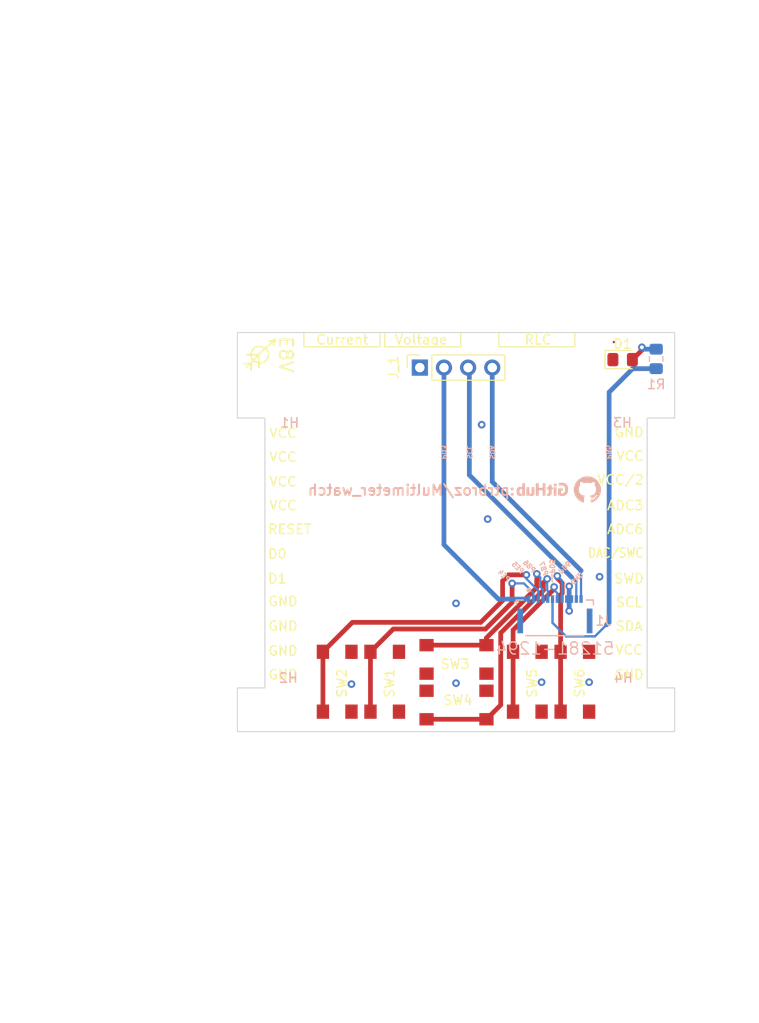
<source format=kicad_pcb>
(kicad_pcb (version 20171130) (host pcbnew "(5.1.6)-1")

  (general
    (thickness 1.6)
    (drawings 89)
    (tracks 109)
    (zones 0)
    (modules 16)
    (nets 15)
  )

  (page A4)
  (layers
    (0 F.Cu signal)
    (31 B.Cu signal)
    (32 B.Adhes user)
    (33 F.Adhes user)
    (34 B.Paste user)
    (35 F.Paste user)
    (36 B.SilkS user)
    (37 F.SilkS user)
    (38 B.Mask user)
    (39 F.Mask user)
    (40 Dwgs.User user)
    (41 Cmts.User user)
    (42 Eco1.User user)
    (43 Eco2.User user)
    (44 Edge.Cuts user)
    (45 Margin user)
    (46 B.CrtYd user)
    (47 F.CrtYd user)
    (48 B.Fab user)
    (49 F.Fab user)
  )

  (setup
    (last_trace_width 0.25)
    (user_trace_width 0.23)
    (user_trace_width 0.5)
    (user_trace_width 0.75)
    (user_trace_width 1)
    (user_trace_width 1.2)
    (user_trace_width 1.5)
    (user_trace_width 1.75)
    (user_trace_width 2)
    (trace_clearance 0.2)
    (zone_clearance 0.508)
    (zone_45_only no)
    (trace_min 0.2)
    (via_size 0.8)
    (via_drill 0.4)
    (via_min_size 0.4)
    (via_min_drill 0.3)
    (uvia_size 0.3)
    (uvia_drill 0.1)
    (uvias_allowed no)
    (uvia_min_size 0.2)
    (uvia_min_drill 0.1)
    (edge_width 0.05)
    (segment_width 0.2)
    (pcb_text_width 0.3)
    (pcb_text_size 1.5 1.5)
    (mod_edge_width 0.12)
    (mod_text_size 1 1)
    (mod_text_width 0.15)
    (pad_size 1.15 1.4)
    (pad_drill 0)
    (pad_to_mask_clearance 0.05)
    (solder_mask_min_width 0.25)
    (aux_axis_origin 0 0)
    (grid_origin 102 54)
    (visible_elements 7FFFFFFF)
    (pcbplotparams
      (layerselection 0x010fc_ffffffff)
      (usegerberextensions false)
      (usegerberattributes true)
      (usegerberadvancedattributes true)
      (creategerberjobfile true)
      (excludeedgelayer true)
      (linewidth 0.100000)
      (plotframeref false)
      (viasonmask false)
      (mode 1)
      (useauxorigin false)
      (hpglpennumber 1)
      (hpglpenspeed 20)
      (hpglpendiameter 15.000000)
      (psnegative false)
      (psa4output false)
      (plotreference true)
      (plotvalue true)
      (plotinvisibletext false)
      (padsonsilk false)
      (subtractmaskfromsilk false)
      (outputformat 1)
      (mirror false)
      (drillshape 0)
      (scaleselection 1)
      (outputdirectory "gerbers/"))
  )

  (net 0 "")
  (net 1 /PD3)
  (net 2 /SDA)
  (net 3 /SCL)
  (net 4 /PE4)
  (net 5 /GND)
  (net 6 /PD6)
  (net 7 /PD5)
  (net 8 /PB7)
  (net 9 /PB6)
  (net 10 /PE5)
  (net 11 "Net-(J1-PadMP2)")
  (net 12 "Net-(J1-PadMP1)")
  (net 13 /PB5)
  (net 14 "Net-(D1-Pad2)")

  (net_class Default "This is the default net class."
    (clearance 0.2)
    (trace_width 0.25)
    (via_dia 0.8)
    (via_drill 0.4)
    (uvia_dia 0.3)
    (uvia_drill 0.1)
    (add_net /GND)
    (add_net /PB5)
    (add_net /PB6)
    (add_net /PB7)
    (add_net /PD3)
    (add_net /PD5)
    (add_net /PD6)
    (add_net /PE4)
    (add_net /PE5)
    (add_net /SCL)
    (add_net /SDA)
    (add_net "Net-(D1-Pad2)")
    (add_net "Net-(J1-PadMP1)")
    (add_net "Net-(J1-PadMP2)")
  )

  (module Multimeter_Watch_Custom_Footprints:github_logo (layer B.Cu) (tedit 0) (tstamp 5F6B35B2)
    (at 135.8 74.59 180)
    (fp_text reference G*** (at 0 0) (layer B.SilkS) hide
      (effects (font (size 1.524 1.524) (thickness 0.3)) (justify mirror))
    )
    (fp_text value LOGO (at 0.75 0) (layer B.SilkS) hide
      (effects (font (size 1.524 1.524) (thickness 0.3)) (justify mirror))
    )
    (fp_poly (pts (xy -2.828628 1.442946) (xy -2.687854 1.416879) (xy -2.551024 1.377111) (xy -2.419155 1.324148)
      (xy -2.293266 1.258496) (xy -2.174376 1.18066) (xy -2.063501 1.091145) (xy -1.961662 0.990459)
      (xy -1.869876 0.879105) (xy -1.789162 0.757591) (xy -1.720538 0.626421) (xy -1.665022 0.486101)
      (xy -1.638483 0.397933) (xy -1.607858 0.251016) (xy -1.593585 0.102873) (xy -1.595276 -0.045159)
      (xy -1.612542 -0.191743) (xy -1.644997 -0.335543) (xy -1.692253 -0.475222) (xy -1.753923 -0.609443)
      (xy -1.829619 -0.736871) (xy -1.918953 -0.856169) (xy -2.021539 -0.965999) (xy -2.038525 -0.982018)
      (xy -2.144741 -1.071342) (xy -2.25969 -1.151215) (xy -2.379636 -1.219311) (xy -2.500844 -1.273302)
      (xy -2.513989 -1.278242) (xy -2.559192 -1.293078) (xy -2.592935 -1.299248) (xy -2.618322 -1.296723)
      (xy -2.638457 -1.285477) (xy -2.647072 -1.277079) (xy -2.651954 -1.270606) (xy -2.655659 -1.261961)
      (xy -2.658308 -1.24901) (xy -2.660026 -1.22962) (xy -2.660935 -1.201657) (xy -2.661159 -1.162989)
      (xy -2.660821 -1.111482) (xy -2.660121 -1.051076) (xy -2.6597 -0.983358) (xy -2.660136 -0.919988)
      (xy -2.66136 -0.86392) (xy -2.663299 -0.818107) (xy -2.665884 -0.785504) (xy -2.666645 -0.779603)
      (xy -2.675925 -0.734582) (xy -2.689861 -0.68952) (xy -2.706635 -0.649034) (xy -2.724425 -0.617742)
      (xy -2.735689 -0.604502) (xy -2.747804 -0.591629) (xy -2.751667 -0.584584) (xy -2.743906 -0.581013)
      (xy -2.723173 -0.576136) (xy -2.693294 -0.570792) (xy -2.679091 -0.568632) (xy -2.569973 -0.546154)
      (xy -2.470592 -0.511956) (xy -2.381937 -0.466596) (xy -2.305 -0.41063) (xy -2.240771 -0.344615)
      (xy -2.212647 -0.306388) (xy -2.177369 -0.241368) (xy -2.148619 -0.164047) (xy -2.12721 -0.078063)
      (xy -2.113958 0.012944) (xy -2.109675 0.105335) (xy -2.110989 0.148167) (xy -2.124295 0.246432)
      (xy -2.152419 0.337304) (xy -2.195076 0.420008) (xy -2.228127 0.466134) (xy -2.252553 0.496528)
      (xy -2.238569 0.550947) (xy -2.230474 0.601271) (xy -2.228377 0.661012) (xy -2.232012 0.723852)
      (xy -2.241117 0.783477) (xy -2.249692 0.817033) (xy -2.258951 0.844917) (xy -2.267043 0.860472)
      (xy -2.27732 0.867692) (xy -2.293133 0.870567) (xy -2.294764 0.870732) (xy -2.339244 0.869089)
      (xy -2.393805 0.857143) (xy -2.455836 0.835796) (xy -2.522723 0.805951) (xy -2.591856 0.768514)
      (xy -2.594107 0.767182) (xy -2.660914 0.727553) (xy -2.75074 0.746749) (xy -2.784752 0.753533)
      (xy -2.816567 0.758545) (xy -2.849747 0.76204) (xy -2.887858 0.764276) (xy -2.934462 0.76551)
      (xy -2.993125 0.765999) (xy -3.018367 0.766042) (xy -3.081545 0.765857) (xy -3.131307 0.765051)
      (xy -3.171169 0.763368) (xy -3.204644 0.76055) (xy -3.235248 0.756339) (xy -3.266493 0.750478)
      (xy -3.285067 0.746492) (xy -3.373967 0.726844) (xy -3.439745 0.766397) (xy -3.511084 0.805422)
      (xy -3.581144 0.836433) (xy -3.646489 0.858106) (xy -3.703685 0.869123) (xy -3.707832 0.869506)
      (xy -3.766264 0.874405) (xy -3.784438 0.816086) (xy -3.800659 0.745696) (xy -3.807753 0.67151)
      (xy -3.805387 0.599985) (xy -3.797903 0.554869) (xy -3.790924 0.523919) (xy -3.7882 0.504503)
      (xy -3.789927 0.491714) (xy -3.796303 0.480645) (xy -3.801126 0.474436) (xy -3.855277 0.393335)
      (xy -3.894215 0.304878) (xy -3.917951 0.209022) (xy -3.926497 0.105725) (xy -3.920733 0.002193)
      (xy -3.90565 -0.094122) (xy -3.883746 -0.177231) (xy -3.853822 -0.249903) (xy -3.814677 -0.314907)
      (xy -3.765113 -0.375009) (xy -3.750906 -0.38964) (xy -3.677624 -0.451019) (xy -3.592313 -0.500832)
      (xy -3.495564 -0.538803) (xy -3.387965 -0.564659) (xy -3.367233 -0.568045) (xy -3.328582 -0.574041)
      (xy -3.304411 -0.578771) (xy -3.292478 -0.58363) (xy -3.29054 -0.590012) (xy -3.296356 -0.599312)
      (xy -3.303379 -0.607759) (xy -3.328068 -0.646124) (xy -3.350986 -0.699999) (xy -3.362775 -0.736318)
      (xy -3.369906 -0.757364) (xy -3.378783 -0.770387) (xy -3.394064 -0.779406) (xy -3.420409 -0.78844)
      (xy -3.424767 -0.789787) (xy -3.470873 -0.800107) (xy -3.522083 -0.803184) (xy -3.5433 -0.802683)
      (xy -3.600976 -0.796133) (xy -3.650514 -0.780398) (xy -3.69475 -0.753703) (xy -3.736519 -0.714271)
      (xy -3.778655 -0.660325) (xy -3.784888 -0.651303) (xy -3.829319 -0.596326) (xy -3.878337 -0.55382)
      (xy -3.930064 -0.524835) (xy -3.982625 -0.510423) (xy -4.03414 -0.511633) (xy -4.034367 -0.511675)
      (xy -4.056897 -0.520175) (xy -4.063488 -0.534045) (xy -4.054165 -0.553012) (xy -4.028953 -0.576804)
      (xy -4.028229 -0.577372) (xy -3.966361 -0.631357) (xy -3.917324 -0.687541) (xy -3.877205 -0.750652)
      (xy -3.864752 -0.774832) (xy -3.824399 -0.844145) (xy -3.778356 -0.898209) (xy -3.725617 -0.938046)
      (xy -3.685089 -0.957661) (xy -3.659944 -0.966354) (xy -3.634452 -0.972066) (xy -3.603975 -0.975403)
      (xy -3.563874 -0.976972) (xy -3.534833 -0.977309) (xy -3.491917 -0.977192) (xy -3.452415 -0.976427)
      (xy -3.421002 -0.975144) (xy -3.4036 -0.973667) (xy -3.373967 -0.969434) (xy -3.371649 -1.110544)
      (xy -3.370891 -1.162601) (xy -3.370785 -1.200506) (xy -3.371618 -1.227035) (xy -3.373681 -1.244966)
      (xy -3.377262 -1.257076) (xy -3.38265 -1.266142) (xy -3.388582 -1.273208) (xy -3.410688 -1.291615)
      (xy -3.436395 -1.298904) (xy -3.46938 -1.295502) (xy -3.500967 -1.28624) (xy -3.561016 -1.262881)
      (xy -3.62872 -1.232011) (xy -3.698362 -1.196513) (xy -3.764227 -1.159268) (xy -3.809763 -1.13055)
      (xy -3.935969 -1.036292) (xy -4.048931 -0.931542) (xy -4.148471 -0.816576) (xy -4.234413 -0.691674)
      (xy -4.306579 -0.557112) (xy -4.36479 -0.41317) (xy -4.408871 -0.260123) (xy -4.429013 -0.160867)
      (xy -4.434509 -0.115377) (xy -4.437996 -0.057578) (xy -4.439518 0.008031) (xy -4.439118 0.076953)
      (xy -4.43684 0.144687) (xy -4.432727 0.206735) (xy -4.426824 0.258598) (xy -4.424812 0.270933)
      (xy -4.389386 0.423443) (xy -4.339043 0.568953) (xy -4.274476 0.7066) (xy -4.19638 0.835521)
      (xy -4.105451 0.954853) (xy -4.002382 1.063732) (xy -3.887869 1.161297) (xy -3.762607 1.246684)
      (xy -3.62729 1.31903) (xy -3.556 1.350074) (xy -3.410786 1.400095) (xy -3.264424 1.433887)
      (xy -3.117931 1.451956) (xy -2.972326 1.454807) (xy -2.828628 1.442946)) (layer B.SilkS) (width 0.01))
    (fp_poly (pts (xy -3.49973 -0.839435) (xy -3.496198 -0.843079) (xy -3.48951 -0.855086) (xy -3.496429 -0.86357)
      (xy -3.497278 -0.864116) (xy -3.518643 -0.871507) (xy -3.536941 -0.867802) (xy -3.5448 -0.858512)
      (xy -3.544401 -0.843) (xy -3.533099 -0.833488) (xy -3.51638 -0.831719) (xy -3.49973 -0.839435)) (layer B.SilkS) (width 0.01))
    (fp_poly (pts (xy -3.628024 -0.816263) (xy -3.610865 -0.825234) (xy -3.608441 -0.836386) (xy -3.617932 -0.849344)
      (xy -3.63506 -0.853219) (xy -3.652645 -0.847118) (xy -3.657559 -0.842483) (xy -3.663514 -0.827364)
      (xy -3.655745 -0.817171) (xy -3.637319 -0.814625) (xy -3.628024 -0.816263)) (layer B.SilkS) (width 0.01))
    (fp_poly (pts (xy -3.389989 -0.824459) (xy -3.382707 -0.836207) (xy -3.383655 -0.842563) (xy -3.393924 -0.851636)
      (xy -3.410948 -0.85515) (xy -3.427683 -0.853067) (xy -3.437083 -0.84535) (xy -3.437467 -0.842854)
      (xy -3.430838 -0.82887) (xy -3.422869 -0.822405) (xy -3.405393 -0.818822) (xy -3.389989 -0.824459)) (layer B.SilkS) (width 0.01))
    (fp_poly (pts (xy -3.724176 -0.759783) (xy -3.710655 -0.774573) (xy -3.7084 -0.783954) (xy -3.715082 -0.795838)
      (xy -3.730847 -0.799045) (xy -3.744895 -0.794564) (xy -3.756518 -0.781915) (xy -3.758753 -0.766701)
      (xy -3.75175 -0.755543) (xy -3.74396 -0.753534) (xy -3.724176 -0.759783)) (layer B.SilkS) (width 0.01))
    (fp_poly (pts (xy -3.791785 -0.683799) (xy -3.784794 -0.700567) (xy -3.7846 -0.70377) (xy -3.790123 -0.717076)
      (xy -3.803407 -0.71829) (xy -3.816773 -0.709507) (xy -3.826234 -0.692292) (xy -3.822586 -0.67677)
      (xy -3.818096 -0.672871) (xy -3.804746 -0.67285) (xy -3.791785 -0.683799)) (layer B.SilkS) (width 0.01))
    (fp_poly (pts (xy -3.848656 -0.610632) (xy -3.84671 -0.614403) (xy -3.846038 -0.629997) (xy -3.85438 -0.638076)
      (xy -3.866733 -0.634107) (xy -3.867573 -0.633307) (xy -3.876604 -0.6183) (xy -3.877734 -0.61214)
      (xy -3.872027 -0.602673) (xy -3.859858 -0.602351) (xy -3.848656 -0.610632)) (layer B.SilkS) (width 0.01))
    (fp_poly (pts (xy -0.277963 0.778963) (xy -0.215397 0.773158) (xy -0.156042 0.764947) (xy -0.102374 0.754704)
      (xy -0.056873 0.742806) (xy -0.022016 0.729627) (xy -0.000282 0.715542) (xy 0.005107 0.707741)
      (xy 0.004839 0.695423) (xy 0.000951 0.670748) (xy -0.005628 0.637669) (xy -0.013968 0.60014)
      (xy -0.023141 0.562116) (xy -0.032219 0.52755) (xy -0.040273 0.500396) (xy -0.046374 0.484608)
      (xy -0.047769 0.482596) (xy -0.058858 0.481387) (xy -0.081665 0.48443) (xy -0.111701 0.491073)
      (xy -0.118533 0.492871) (xy -0.164405 0.502118) (xy -0.219839 0.508414) (xy -0.280184 0.511698)
      (xy -0.340789 0.51191) (xy -0.397002 0.508991) (xy -0.444173 0.502878) (xy -0.467054 0.497392)
      (xy -0.526514 0.470395) (xy -0.577423 0.429459) (xy -0.618781 0.375803) (xy -0.64959 0.310643)
      (xy -0.664894 0.256284) (xy -0.67122 0.213346) (xy -0.675192 0.158826) (xy -0.676815 0.097912)
      (xy -0.676095 0.03579) (xy -0.673037 -0.022354) (xy -0.667648 -0.071333) (xy -0.664517 -0.088752)
      (xy -0.643169 -0.159994) (xy -0.612035 -0.221115) (xy -0.572331 -0.270543) (xy -0.525269 -0.306703)
      (xy -0.482109 -0.325328) (xy -0.449782 -0.3318) (xy -0.406549 -0.336288) (xy -0.358341 -0.338583)
      (xy -0.311091 -0.338478) (xy -0.270732 -0.335763) (xy -0.254849 -0.333333) (xy -0.228181 -0.328)
      (xy -0.232833 -0.0635) (xy -0.3175 -0.060995) (xy -0.354544 -0.059579) (xy -0.385723 -0.057795)
      (xy -0.406817 -0.055916) (xy -0.41299 -0.054819) (xy -0.417493 -0.049015) (xy -0.420392 -0.033848)
      (xy -0.421834 -0.007234) (xy -0.421967 0.032908) (xy -0.421457 0.065443) (xy -0.4191 0.182033)
      (xy 0.0635 0.182033) (xy 0.0635 -0.503767) (xy 0 -0.53539) (xy -0.090774 -0.571761)
      (xy -0.191173 -0.595815) (xy -0.29887 -0.607234) (xy -0.411541 -0.605695) (xy -0.469079 -0.599958)
      (xy -0.571811 -0.580428) (xy -0.66236 -0.549599) (xy -0.740971 -0.507192) (xy -0.807892 -0.452928)
      (xy -0.863368 -0.386527) (xy -0.907647 -0.307712) (xy -0.940973 -0.216201) (xy -0.963594 -0.111716)
      (xy -0.973397 -0.028228) (xy -0.976032 0.026181) (xy -0.976141 0.088793) (xy -0.97397 0.154585)
      (xy -0.969766 0.218532) (xy -0.963774 0.275608) (xy -0.956301 0.320514) (xy -0.927457 0.423892)
      (xy -0.888793 0.51355) (xy -0.839974 0.589798) (xy -0.780668 0.652943) (xy -0.710541 0.703292)
      (xy -0.629259 0.741153) (xy -0.53649 0.766834) (xy -0.460141 0.778187) (xy -0.402813 0.781853)
      (xy -0.341261 0.781986) (xy -0.277963 0.778963)) (layer B.SilkS) (width 0.01))
    (fp_poly (pts (xy 1.0414 0.313788) (xy 1.145117 0.31141) (xy 1.248833 0.309033) (xy 1.251227 0.203289)
      (xy 1.251968 0.158401) (xy 1.251591 0.127434) (xy 1.249783 0.107393) (xy 1.246228 0.095285)
      (xy 1.240613 0.088117) (xy 1.239025 0.086872) (xy 1.221369 0.081113) (xy 1.187451 0.07754)
      (xy 1.137809 0.076208) (xy 1.132915 0.0762) (xy 1.0414 0.0762) (xy 1.0414 -0.313)
      (xy 1.065964 -0.340492) (xy 1.07836 -0.353429) (xy 1.090372 -0.361761) (xy 1.106254 -0.366796)
      (xy 1.130257 -0.369842) (xy 1.166635 -0.372206) (xy 1.169681 -0.372375) (xy 1.248833 -0.376767)
      (xy 1.251219 -0.476357) (xy 1.253606 -0.575948) (xy 1.231217 -0.58446) (xy 1.202307 -0.59187)
      (xy 1.16185 -0.597577) (xy 1.115186 -0.601155) (xy 1.067655 -0.60218) (xy 1.0287 -0.60058)
      (xy 0.963828 -0.591564) (xy 0.911013 -0.575138) (xy 0.866424 -0.549748) (xy 0.833613 -0.521451)
      (xy 0.813636 -0.500748) (xy 0.797578 -0.481394) (xy 0.784977 -0.461252) (xy 0.775376 -0.438186)
      (xy 0.768312 -0.410057) (xy 0.763328 -0.374731) (xy 0.759962 -0.330069) (xy 0.757755 -0.273936)
      (xy 0.756247 -0.204194) (xy 0.755541 -0.15875) (xy 0.752138 0.0762) (xy 0.695685 0.076315)
      (xy 0.655882 0.076539) (xy 0.629169 0.078894) (xy 0.61294 0.086191) (xy 0.604591 0.101246)
      (xy 0.60152 0.126871) (xy 0.601121 0.165878) (xy 0.601133 0.178461) (xy 0.601133 0.27028)
      (xy 0.632883 0.278272) (xy 0.660576 0.285029) (xy 0.694199 0.292954) (xy 0.709083 0.296376)
      (xy 0.753533 0.306489) (xy 0.753533 0.567266) (xy 1.0414 0.567266) (xy 1.0414 0.313788)) (layer B.SilkS) (width 0.01))
    (fp_poly (pts (xy 3.335486 0.312004) (xy 3.360886 0.310921) (xy 3.377161 0.308618) (xy 3.386913 0.304876)
      (xy 3.39274 0.299478) (xy 3.392965 0.299174) (xy 3.395554 0.287278) (xy 3.397816 0.260457)
      (xy 3.399751 0.220712) (xy 3.40136 0.170049) (xy 3.402642 0.11047) (xy 3.403597 0.04398)
      (xy 3.404227 -0.027418) (xy 3.40453 -0.101719) (xy 3.404508 -0.176921) (xy 3.40416 -0.25102)
      (xy 3.403486 -0.322011) (xy 3.402487 -0.387891) (xy 3.401163 -0.446656) (xy 3.399513 -0.496303)
      (xy 3.397539 -0.534827) (xy 3.39524 -0.560226) (xy 3.392897 -0.5702) (xy 3.385766 -0.576844)
      (xy 3.373943 -0.580924) (xy 3.354101 -0.582853) (xy 3.322909 -0.583042) (xy 3.294102 -0.582402)
      (xy 3.206008 -0.579967) (xy 3.197812 -0.554567) (xy 3.191465 -0.536103) (xy 3.187449 -0.526567)
      (xy 3.187383 -0.526481) (xy 3.179296 -0.528468) (xy 3.160828 -0.536425) (xy 3.144092 -0.544567)
      (xy 3.060506 -0.578244) (xy 2.97016 -0.599088) (xy 2.908351 -0.605146) (xy 2.871516 -0.606225)
      (xy 2.83898 -0.606267) (xy 2.816038 -0.6053) (xy 2.810933 -0.604672) (xy 2.755914 -0.59242)
      (xy 2.70622 -0.576686) (xy 2.666652 -0.559097) (xy 2.6543 -0.55161) (xy 2.622298 -0.522154)
      (xy 2.592924 -0.48144) (xy 2.569679 -0.43512) (xy 2.557168 -0.394687) (xy 2.554702 -0.373272)
      (xy 2.552741 -0.335904) (xy 2.551302 -0.283556) (xy 2.550404 -0.217201) (xy 2.550064 -0.137813)
      (xy 2.550298 -0.046364) (xy 2.550453 -0.021167) (xy 2.5527 0.309033) (xy 2.691766 0.311367)
      (xy 2.746987 0.311954) (xy 2.787243 0.311513) (xy 2.814482 0.309933) (xy 2.830648 0.3071)
      (xy 2.837686 0.3029) (xy 2.839265 0.292203) (xy 2.840722 0.266546) (xy 2.842014 0.227904)
      (xy 2.843099 0.178249) (xy 2.843932 0.119556) (xy 2.844471 0.053798) (xy 2.84467 -0.014345)
      (xy 2.844722 -0.094404) (xy 2.844873 -0.159272) (xy 2.845222 -0.210693) (xy 2.845873 -0.250408)
      (xy 2.846927 -0.280161) (xy 2.848486 -0.301695) (xy 2.850651 -0.316751) (xy 2.853524 -0.327073)
      (xy 2.857207 -0.334403) (xy 2.861802 -0.340484) (xy 2.86385 -0.342878) (xy 2.8931 -0.364269)
      (xy 2.933151 -0.374868) (xy 2.981682 -0.374584) (xy 3.03637 -0.363328) (xy 3.071933 -0.350966)
      (xy 3.107067 -0.336908) (xy 3.109283 -0.013937) (xy 3.1115 0.309033) (xy 3.246915 0.311375)
      (xy 3.298363 0.312083) (xy 3.335486 0.312004)) (layer B.SilkS) (width 0.01))
    (fp_poly (pts (xy 3.752139 0.73603) (xy 3.786494 0.735021) (xy 3.811361 0.733345) (xy 3.822007 0.731461)
      (xy 3.826112 0.728181) (xy 3.829296 0.720606) (xy 3.831673 0.706836) (xy 3.833354 0.684971)
      (xy 3.834454 0.653109) (xy 3.835084 0.609351) (xy 3.835359 0.551796) (xy 3.8354 0.506107)
      (xy 3.835464 0.439355) (xy 3.83574 0.387682) (xy 3.836356 0.34923) (xy 3.83744 0.322146)
      (xy 3.839119 0.304573) (xy 3.841522 0.294656) (xy 3.844775 0.290539) (xy 3.849006 0.290368)
      (xy 3.850217 0.290719) (xy 3.865707 0.296188) (xy 3.891042 0.305542) (xy 3.915833 0.314895)
      (xy 3.940184 0.323252) (xy 3.964087 0.32885) (xy 3.99188 0.332215) (xy 4.027901 0.333869)
      (xy 4.076488 0.334338) (xy 4.0767 0.334338) (xy 4.122588 0.33416) (xy 4.155624 0.333118)
      (xy 4.179889 0.330592) (xy 4.199462 0.32596) (xy 4.218425 0.318602) (xy 4.23657 0.310005)
      (xy 4.295587 0.27228) (xy 4.342952 0.222478) (xy 4.376485 0.166085) (xy 4.395207 0.120734)
      (xy 4.408761 0.073443) (xy 4.418123 0.019629) (xy 4.424267 -0.04529) (xy 4.425399 -0.0635)
      (xy 4.426485 -0.14984) (xy 4.42033 -0.234777) (xy 4.407546 -0.315166) (xy 4.388744 -0.387864)
      (xy 4.364536 -0.449727) (xy 4.342888 -0.487577) (xy 4.303623 -0.531063) (xy 4.252683 -0.566584)
      (xy 4.206198 -0.587151) (xy 4.16504 -0.597001) (xy 4.113715 -0.60326) (xy 4.058683 -0.605533)
      (xy 4.006404 -0.603427) (xy 3.983966 -0.60071) (xy 3.933647 -0.591204) (xy 3.891508 -0.578648)
      (xy 3.849178 -0.560213) (xy 3.821294 -0.545741) (xy 3.769088 -0.517569) (xy 3.76171 -0.548768)
      (xy 3.754331 -0.579967) (xy 3.551767 -0.579967) (xy 3.549597 0.071434) (xy 3.549591 0.073788)
      (xy 3.835109 0.073788) (xy 3.837371 -0.134319) (xy 3.839633 -0.342427) (xy 3.877733 -0.35702)
      (xy 3.916824 -0.366847) (xy 3.967905 -0.371683) (xy 3.985389 -0.372073) (xy 4.020487 -0.37187)
      (xy 4.043644 -0.369866) (xy 4.059842 -0.364811) (xy 4.074062 -0.355461) (xy 4.08341 -0.34754)
      (xy 4.10262 -0.3266) (xy 4.116742 -0.300492) (xy 4.12671 -0.266171) (xy 4.133455 -0.22059)
      (xy 4.137312 -0.17139) (xy 4.137862 -0.091969) (xy 4.129615 -0.024531) (xy 4.112785 0.030108)
      (xy 4.087588 0.071131) (xy 4.069148 0.08842) (xy 4.04352 0.099587) (xy 4.006853 0.105573)
      (xy 3.96424 0.106342) (xy 3.920774 0.101857) (xy 3.881551 0.092081) (xy 3.875471 0.089811)
      (xy 3.835109 0.073788) (xy 3.549591 0.073788) (xy 3.549232 0.196717) (xy 3.549035 0.306019)
      (xy 3.549019 0.400294) (xy 3.549195 0.480493) (xy 3.549577 0.547569) (xy 3.550175 0.602475)
      (xy 3.551003 0.646162) (xy 3.552073 0.679583) (xy 3.553396 0.703691) (xy 3.554986 0.719438)
      (xy 3.556854 0.727775) (xy 3.558064 0.729588) (xy 3.570106 0.732015) (xy 3.595301 0.733937)
      (xy 3.629876 0.735326) (xy 3.670056 0.736156) (xy 3.712068 0.736399) (xy 3.752139 0.73603)) (layer B.SilkS) (width 0.01))
    (fp_poly (pts (xy 0.514427 -0.130686) (xy 0.514853 -0.232489) (xy 0.51502 -0.318514) (xy 0.514906 -0.389916)
      (xy 0.514487 -0.447848) (xy 0.513744 -0.493464) (xy 0.512653 -0.527919) (xy 0.511193 -0.552365)
      (xy 0.509342 -0.567958) (xy 0.507078 -0.575852) (xy 0.50596 -0.577173) (xy 0.494035 -0.579588)
      (xy 0.468509 -0.581622) (xy 0.432712 -0.583107) (xy 0.389975 -0.583873) (xy 0.372533 -0.583941)
      (xy 0.328027 -0.583493) (xy 0.289188 -0.582263) (xy 0.259349 -0.580418) (xy 0.24184 -0.578129)
      (xy 0.239106 -0.577173) (xy 0.236656 -0.572264) (xy 0.234628 -0.560157) (xy 0.233001 -0.539697)
      (xy 0.231753 -0.509731) (xy 0.230861 -0.469104) (xy 0.230304 -0.416662) (xy 0.23006 -0.351252)
      (xy 0.230107 -0.271719) (xy 0.230424 -0.17691) (xy 0.230639 -0.130686) (xy 0.232833 0.309033)
      (xy 0.512233 0.309033) (xy 0.514427 -0.130686)) (layer B.SilkS) (width 0.01))
    (fp_poly (pts (xy 2.300157 0.735977) (xy 2.338865 0.734271) (xy 2.368814 0.731726) (xy 2.386326 0.728588)
      (xy 2.388156 0.727835) (xy 2.391205 0.725795) (xy 2.393851 0.722406) (xy 2.396121 0.716529)
      (xy 2.398044 0.707027) (xy 2.39965 0.692762) (xy 2.400966 0.672595) (xy 2.402023 0.64539)
      (xy 2.402847 0.610007) (xy 2.403468 0.565309) (xy 2.403914 0.510158) (xy 2.404215 0.443416)
      (xy 2.404399 0.363944) (xy 2.404494 0.270606) (xy 2.404529 0.162262) (xy 2.404533 0.077595)
      (xy 2.404469 -0.049089) (xy 2.404266 -0.159703) (xy 2.403912 -0.255108) (xy 2.403394 -0.336166)
      (xy 2.402697 -0.40374) (xy 2.401808 -0.458692) (xy 2.400714 -0.501883) (xy 2.399402 -0.534177)
      (xy 2.397857 -0.556434) (xy 2.396067 -0.569518) (xy 2.394373 -0.57404) (xy 2.382925 -0.577385)
      (xy 2.358209 -0.580183) (xy 2.323885 -0.582369) (xy 2.283611 -0.583875) (xy 2.241046 -0.584633)
      (xy 2.199849 -0.584575) (xy 2.163679 -0.583636) (xy 2.136196 -0.581747) (xy 2.121592 -0.579061)
      (xy 2.117902 -0.576084) (xy 2.114948 -0.569161) (xy 2.112651 -0.556605) (xy 2.110932 -0.536726)
      (xy 2.10971 -0.507837) (xy 2.108907 -0.468248) (xy 2.108441 -0.416271) (xy 2.108234 -0.350218)
      (xy 2.1082 -0.295428) (xy 2.1082 -0.016933) (xy 1.684866 -0.016933) (xy 1.684866 -0.28419)
      (xy 1.684582 -0.365309) (xy 1.683748 -0.434258) (xy 1.682395 -0.490047) (xy 1.680555 -0.531685)
      (xy 1.678257 -0.55818) (xy 1.676102 -0.567823) (xy 1.67156 -0.574106) (xy 1.663988 -0.57852)
      (xy 1.650716 -0.58137) (xy 1.629072 -0.582961) (xy 1.596386 -0.583598) (xy 1.549988 -0.583587)
      (xy 1.538519 -0.583532) (xy 1.492932 -0.583029) (xy 1.452995 -0.582089) (xy 1.421939 -0.580827)
      (xy 1.402998 -0.579356) (xy 1.399117 -0.578593) (xy 1.397072 -0.574482) (xy 1.39529 -0.563283)
      (xy 1.393756 -0.544055) (xy 1.392453 -0.515858) (xy 1.391367 -0.477751) (xy 1.390483 -0.428795)
      (xy 1.389784 -0.368049) (xy 1.389256 -0.294573) (xy 1.388884 -0.207426) (xy 1.388652 -0.105668)
      (xy 1.388545 0.01164) (xy 1.388533 0.072374) (xy 1.388543 0.192325) (xy 1.388593 0.296475)
      (xy 1.388711 0.385958) (xy 1.388924 0.461908) (xy 1.389263 0.525458) (xy 1.389753 0.57774)
      (xy 1.390425 0.619889) (xy 1.391306 0.653038) (xy 1.392425 0.678319) (xy 1.39381 0.696866)
      (xy 1.395489 0.709812) (xy 1.397491 0.718291) (xy 1.399844 0.723436) (xy 1.402576 0.72638)
      (xy 1.40491 0.727835) (xy 1.41915 0.731053) (xy 1.446747 0.733734) (xy 1.484131 0.735646)
      (xy 1.527729 0.736556) (xy 1.539772 0.7366) (xy 1.589062 0.736263) (xy 1.624141 0.735068)
      (xy 1.647723 0.732743) (xy 1.662521 0.729013) (xy 1.671246 0.723605) (xy 1.671562 0.723295)
      (xy 1.675572 0.717327) (xy 1.678705 0.707121) (xy 1.681064 0.69077) (xy 1.682752 0.666368)
      (xy 1.683871 0.63201) (xy 1.684526 0.585788) (xy 1.68482 0.525798) (xy 1.684866 0.477762)
      (xy 1.684866 0.245533) (xy 2.1082 0.245533) (xy 2.1082 0.482302) (xy 2.108252 0.551878)
      (xy 2.108495 0.606437) (xy 2.109055 0.647892) (xy 2.11006 0.678159) (xy 2.111638 0.699152)
      (xy 2.113918 0.712787) (xy 2.117026 0.720979) (xy 2.12109 0.725642) (xy 2.124577 0.727835)
      (xy 2.138829 0.731072) (xy 2.166335 0.73377) (xy 2.203417 0.735683) (xy 2.246396 0.736568)
      (xy 2.256366 0.7366) (xy 2.300157 0.735977)) (layer B.SilkS) (width 0.01))
    (fp_poly (pts (xy -3.908772 -0.5589) (xy -3.905619 -0.568683) (xy -3.914297 -0.575266) (xy -3.919361 -0.575734)
      (xy -3.933916 -0.570355) (xy -3.937 -0.562413) (xy -3.930652 -0.55224) (xy -3.922885 -0.551829)
      (xy -3.908772 -0.5589)) (layer B.SilkS) (width 0.01))
    (fp_poly (pts (xy 0.394368 0.699041) (xy 0.439204 0.685587) (xy 0.477847 0.660829) (xy 0.506771 0.626075)
      (xy 0.515903 0.606932) (xy 0.525235 0.562315) (xy 0.52244 0.515278) (xy 0.508478 0.471604)
      (xy 0.488386 0.441266) (xy 0.454072 0.414869) (xy 0.410856 0.39755) (xy 0.364376 0.390535)
      (xy 0.320271 0.39505) (xy 0.303092 0.400994) (xy 0.260886 0.427731) (xy 0.230912 0.463086)
      (xy 0.2132 0.504104) (xy 0.207781 0.547833) (xy 0.214683 0.591319) (xy 0.233936 0.631606)
      (xy 0.265571 0.665741) (xy 0.300216 0.686819) (xy 0.346864 0.699887) (xy 0.394368 0.699041)) (layer B.SilkS) (width 0.01))
  )

  (module Multimeter_Watch_Custom_Footprints:nouth_signature3_4by3_4 (layer F.Cu) (tedit 0) (tstamp 5F6B291E)
    (at 104.4 60.3)
    (fp_text reference G*** (at -5.7 -1.3) (layer F.SilkS) hide
      (effects (font (size 1.524 1.524) (thickness 0.3)))
    )
    (fp_text value LOGO (at -5.4 -3.4) (layer F.SilkS) hide
      (effects (font (size 1.524 1.524) (thickness 0.3)))
    )
    (fp_poly (pts (xy 1.662789 -1.694529) (xy 1.685137 -1.663532) (xy 1.691497 -1.60908) (xy 1.684301 -1.530249)
      (xy 1.676814 -1.483861) (xy 1.649303 -1.358204) (xy 1.612082 -1.233018) (xy 1.56793 -1.115028)
      (xy 1.519624 -1.010959) (xy 1.469946 -0.927535) (xy 1.424907 -0.874335) (xy 1.380976 -0.853634)
      (xy 1.336638 -0.86289) (xy 1.303662 -0.897848) (xy 1.298919 -0.919105) (xy 1.305315 -0.950684)
      (xy 1.324863 -0.998349) (xy 1.359572 -1.067863) (xy 1.369728 -1.087201) (xy 1.417559 -1.178932)
      (xy 1.448332 -1.242618) (xy 1.461432 -1.279824) (xy 1.456241 -1.292114) (xy 1.432143 -1.281052)
      (xy 1.388521 -1.248202) (xy 1.326574 -1.196663) (xy 1.263599 -1.143659) (xy 1.182115 -1.075481)
      (xy 1.08975 -0.998491) (xy 0.994134 -0.91905) (xy 0.918061 -0.856051) (xy 0.659256 -0.642096)
      (xy 0.717128 -0.570814) (xy 0.75284 -0.524391) (xy 0.799389 -0.460539) (xy 0.848944 -0.39009)
      (xy 0.8701 -0.359179) (xy 0.913386 -0.29437) (xy 0.941019 -0.247804) (xy 0.956505 -0.209797)
      (xy 0.963348 -0.170663) (xy 0.965052 -0.120718) (xy 0.965081 -0.096712) (xy 0.954937 0.036424)
      (xy 0.926969 0.183834) (xy 0.884514 0.334015) (xy 0.830912 0.475465) (xy 0.7695 0.596679)
      (xy 0.75883 0.613964) (xy 0.70876 0.675953) (xy 0.637162 0.743622) (xy 0.55346 0.809828)
      (xy 0.467077 0.867424) (xy 0.387436 0.909264) (xy 0.352243 0.922295) (xy 0.284661 0.936066)
      (xy 0.195873 0.945145) (xy 0.10276 0.948239) (xy -0.059267 0.948212) (xy -0.054166 1.183229)
      (xy -0.052608 1.279342) (xy -0.053138 1.347398) (xy -0.056268 1.393166) (xy -0.062507 1.422419)
      (xy -0.072365 1.440928) (xy -0.077443 1.446624) (xy -0.114285 1.467221) (xy -0.141387 1.469868)
      (xy -0.170504 1.458978) (xy -0.191817 1.433198) (xy -0.20636 1.388409) (xy -0.215163 1.320495)
      (xy -0.219259 1.225339) (xy -0.219884 1.1567) (xy -0.221008 1.073191) (xy -0.223908 1.002492)
      (xy -0.228169 0.95118) (xy -0.233379 0.92583) (xy -0.234506 0.92445) (xy -0.257224 0.91758)
      (xy -0.303934 0.90764) (xy -0.365145 0.896622) (xy -0.374206 0.895128) (xy -0.450066 0.878548)
      (xy -0.517914 0.856304) (xy -0.5588 0.836308) (xy -0.621827 0.799806) (xy -0.669367 0.786643)
      (xy -0.711144 0.797546) (xy -0.756884 0.833246) (xy -0.776486 0.852606) (xy -0.850239 0.927789)
      (xy -0.859038 1.289394) (xy -0.862517 1.414689) (xy -0.866312 1.51027) (xy -0.870792 1.580289)
      (xy -0.876326 1.6289) (xy -0.88328 1.660254) (xy -0.892024 1.678504) (xy -0.893743 1.680633)
      (xy -0.935248 1.707277) (xy -0.980696 1.701652) (xy -1.008781 1.6812) (xy -1.019455 1.667313)
      (xy -1.026791 1.647069) (xy -1.031113 1.615245) (xy -1.032745 1.566616) (xy -1.03201 1.495957)
      (xy -1.029234 1.398044) (xy -1.028225 1.367707) (xy -1.018603 1.083281) (xy -1.067203 1.117887)
      (xy -1.09722 1.143401) (xy -1.143834 1.18789) (xy -1.200866 1.245268) (xy -1.262135 1.309448)
      (xy -1.266999 1.314656) (xy -1.331325 1.382445) (xy -1.377862 1.427989) (xy -1.41089 1.454732)
      (xy -1.434685 1.46612) (xy -1.453525 1.465598) (xy -1.454182 1.465395) (xy -1.491561 1.441677)
      (xy -1.507599 1.421406) (xy -1.515024 1.392697) (xy -1.506854 1.357769) (xy -1.480715 1.312534)
      (xy -1.434228 1.252901) (xy -1.36502 1.174782) (xy -1.363048 1.172634) (xy -1.250324 1.049867)
      (xy -1.451509 1.049867) (xy -1.547291 1.048718) (xy -1.61423 1.044209) (xy -1.657302 1.034745)
      (xy -1.681485 1.018729) (xy -1.691756 0.994567) (xy -1.693333 0.972354) (xy -1.690411 0.944741)
      (xy -1.678867 0.923839) (xy -1.65454 0.908609) (xy -1.613267 0.89801) (xy -1.550884 0.891001)
      (xy -1.463228 0.886542) (xy -1.346138 0.883592) (xy -1.337555 0.88343) (xy -1.037694 0.87786)
      (xy -0.83852 0.676586) (xy -0.860671 0.637179) (xy -0.587863 0.637179) (xy -0.576011 0.650249)
      (xy -0.565338 0.654548) (xy -0.526824 0.672757) (xy -0.492225 0.693001) (xy -0.445553 0.713761)
      (xy -0.37095 0.735131) (xy -0.274281 0.755496) (xy -0.249767 0.759829) (xy -0.245507 0.744591)
      (xy -0.241856 0.70106) (xy -0.239072 0.634811) (xy -0.237416 0.551415) (xy -0.237067 0.48768)
      (xy -0.237888 0.397082) (xy -0.24016 0.321072) (xy -0.243596 0.264851) (xy -0.247908 0.233618)
      (xy -0.251329 0.229447) (xy -0.267082 0.247943) (xy -0.299942 0.286997) (xy -0.345328 0.34115)
      (xy -0.398661 0.404948) (xy -0.406942 0.414867) (xy -0.462273 0.481147) (xy -0.51149 0.540095)
      (xy -0.549585 0.585713) (xy -0.571548 0.612002) (xy -0.572785 0.61348) (xy -0.587863 0.637179)
      (xy -0.860671 0.637179) (xy -0.886396 0.591417) (xy -0.911081 0.539404) (xy -0.940278 0.465572)
      (xy -0.969869 0.380852) (xy -0.98988 0.316624) (xy -1.044503 0.13036) (xy -0.880533 0.13036)
      (xy -0.875403 0.155708) (xy -0.861871 0.204279) (xy -0.842724 0.26733) (xy -0.820749 0.336118)
      (xy -0.798733 0.401902) (xy -0.779463 0.455938) (xy -0.76668 0.487497) (xy -0.746732 0.522622)
      (xy -0.730737 0.53838) (xy -0.728545 0.538297) (xy -0.714146 0.52422) (xy -0.682184 0.488517)
      (xy -0.636596 0.435725) (xy -0.581321 0.370383) (xy -0.544252 0.325967) (xy -0.371994 0.118533)
      (xy -0.626264 0.118533) (xy -0.714706 0.119276) (xy -0.789773 0.121321) (xy -0.845615 0.124397)
      (xy -0.876382 0.128232) (xy -0.880533 0.13036) (xy -1.044503 0.13036) (xy -1.045489 0.127)
      (xy -1.246644 0.122421) (xy -1.335951 0.119578) (xy -1.397274 0.115259) (xy -1.43649 0.108596)
      (xy -1.459477 0.09872) (xy -1.468967 0.089552) (xy -1.488523 0.048484) (xy -1.4847 0.033139)
      (xy -0.0762 0.033139) (xy -0.071343 0.40501) (xy -0.066485 0.776881) (xy -0.012076 0.784626)
      (xy 0.066644 0.790743) (xy 0.154143 0.789581) (xy 0.239475 0.782053) (xy 0.311694 0.769075)
      (xy 0.3556 0.753927) (xy 0.399919 0.72749) (xy 0.45761 0.688539) (xy 0.512225 0.648484)
      (xy 0.565301 0.604214) (xy 0.60517 0.559985) (xy 0.640206 0.504842) (xy 0.675371 0.43505)
      (xy 0.719069 0.331141) (xy 0.755734 0.221071) (xy 0.784109 0.111301) (xy 0.802939 0.008293)
      (xy 0.810969 -0.081493) (xy 0.806942 -0.151595) (xy 0.796043 -0.185937) (xy 0.777387 -0.21634)
      (xy 0.744324 -0.266133) (xy 0.702276 -0.327252) (xy 0.674507 -0.366685) (xy 0.619911 -0.439631)
      (xy 0.578816 -0.485238) (xy 0.548781 -0.506045) (xy 0.538745 -0.508) (xy 0.509588 -0.495972)
      (xy 0.459357 -0.461101) (xy 0.390188 -0.405204) (xy 0.304217 -0.330097) (xy 0.203582 -0.237599)
      (xy 0.09042 -0.129527) (xy 0.067733 -0.107435) (xy -0.0762 0.033139) (xy -1.4847 0.033139)
      (xy -1.478498 0.008253) (xy -1.473609 0) (xy -1.458114 -0.011684) (xy -1.425242 -0.020449)
      (xy -1.370102 -0.027035) (xy -1.287801 -0.03218) (xy -1.249501 -0.033867) (xy -1.0414 -0.042333)
      (xy -1.0367 -0.080961) (xy -0.880533 -0.080961) (xy -0.880533 -0.037579) (xy -0.554567 -0.046055)
      (xy -0.2286 -0.054531) (xy -0.1016 -0.176615) (xy -0.036039 -0.238809) (xy 0.043859 -0.313367)
      (xy 0.127145 -0.390126) (xy 0.190853 -0.448092) (xy 0.356305 -0.597485) (xy 0.251854 -0.661719)
      (xy 0.184939 -0.698192) (xy 0.114662 -0.729224) (xy 0.062887 -0.746229) (xy -0.009875 -0.756034)
      (xy -0.10288 -0.75789) (xy -0.203639 -0.752543) (xy -0.299663 -0.740739) (xy -0.378465 -0.723227)
      (xy -0.391115 -0.719085) (xy -0.444242 -0.691937) (xy -0.511054 -0.645858) (xy -0.583382 -0.587786)
      (xy -0.653055 -0.52466) (xy -0.711902 -0.463417) (xy -0.749352 -0.414866) (xy -0.783067 -0.354499)
      (xy -0.816893 -0.281828) (xy -0.846935 -0.206761) (xy -0.869301 -0.139211) (xy -0.880096 -0.089085)
      (xy -0.880533 -0.080961) (xy -1.0367 -0.080961) (xy -1.032127 -0.118533) (xy -1.016138 -0.192126)
      (xy -0.986454 -0.281562) (xy -0.948032 -0.374418) (xy -0.905829 -0.45827) (xy -0.879576 -0.500817)
      (xy -0.838556 -0.551929) (xy -0.778635 -0.615895) (xy -0.70777 -0.684938) (xy -0.633918 -0.751285)
      (xy -0.569427 -0.803834) (xy -0.504515 -0.844356) (xy -0.42826 -0.873454) (xy -0.334854 -0.892406)
      (xy -0.218491 -0.902493) (xy -0.110067 -0.90502) (xy 0.110066 -0.905933) (xy 0.318069 -0.823855)
      (xy 0.526072 -0.741776) (xy 0.673669 -0.866931) (xy 0.740328 -0.922942) (xy 0.824358 -0.992789)
      (xy 0.916775 -1.069043) (xy 1.008592 -1.144274) (xy 1.045633 -1.174445) (xy 1.119221 -1.234619)
      (xy 1.182673 -1.287197) (xy 1.23171 -1.328578) (xy 1.262056 -1.355161) (xy 1.27 -1.363338)
      (xy 1.256336 -1.361984) (xy 1.222685 -1.350237) (xy 1.214967 -1.347109) (xy 1.163632 -1.330045)
      (xy 1.09389 -1.312215) (xy 1.015968 -1.295615) (xy 0.940095 -1.282241) (xy 0.876498 -1.274089)
      (xy 0.835761 -1.273112) (xy 0.793149 -1.291645) (xy 0.773745 -1.32768) (xy 0.78147 -1.37088)
      (xy 0.792484 -1.387202) (xy 0.825456 -1.409967) (xy 0.886861 -1.432238) (xy 0.979365 -1.454976)
      (xy 0.982133 -1.455566) (xy 1.067435 -1.476667) (xy 1.150561 -1.504378) (xy 1.241309 -1.54246)
      (xy 1.349475 -1.594674) (xy 1.364877 -1.602466) (xy 1.475497 -1.65604) (xy 1.560401 -1.689859)
      (xy 1.622021 -1.702997) (xy 1.662789 -1.694529)) (layer F.SilkS) (width 0.01))
  )

  (module Multimeter_Watch_Custom_Footprints:Molex-51281-1294-Manufacturer_Recommended (layer B.Cu) (tedit 5F6A44C0) (tstamp 5F6A4729)
    (at 135.4 87.2 180)
    (path /5F77100F)
    (fp_text reference J1 (at -4.15 -1.14 180) (layer B.SilkS)
      (effects (font (size 1 1) (thickness 0.15)) (justify right mirror))
    )
    (fp_text value 51281-1294 (at -0.02 -4.05 180) (layer B.SilkS)
      (effects (font (size 1.27 1.27) (thickness 0.15)) (justify mirror))
    )
    (fp_line (start -4.074999 -2.724999) (end -4.074999 1.574999) (layer B.CrtYd) (width 0.15))
    (fp_line (start 4.074999 -2.724999) (end -4.074999 -2.724999) (layer B.CrtYd) (width 0.15))
    (fp_line (start 4.074999 1.574999) (end 4.074999 -2.724999) (layer B.CrtYd) (width 0.15))
    (fp_line (start -4.074999 1.574999) (end 4.074999 1.574999) (layer B.CrtYd) (width 0.15))
    (fp_line (start -4.074999 1.574999) (end -4.074999 1.574999) (layer B.CrtYd) (width 0.15))
    (fp_line (start 3.038 -2.7) (end -3.038 -2.7) (layer B.SilkS) (width 0.15))
    (fp_line (start 4.05 1.04998) (end 3.325 1.04998) (layer B.SilkS) (width 0.15))
    (fp_line (start 4.05 0.536999) (end 4.05 1.04998) (layer B.SilkS) (width 0.15))
    (fp_line (start -3.325 1.05) (end -4.049984 1.05) (layer B.SilkS) (width 0.15))
    (fp_line (start -4.049984 0.536999) (end -4.049984 1.05) (layer B.SilkS) (width 0.15))
    (fp_line (start 4.05 1.04998) (end 3.650021 1.04998) (layer B.Fab) (width 0.1))
    (fp_line (start 3.650021 0.84995) (end 3.650021 1.04998) (layer B.Fab) (width 0.1))
    (fp_line (start 3.650021 0.84995) (end -3.650026 0.84995) (layer B.Fab) (width 0.1))
    (fp_line (start -3.650026 0.84995) (end -3.650026 1.04998) (layer B.Fab) (width 0.1))
    (fp_line (start -3.650026 1.04998) (end -4.050005 1.04998) (layer B.Fab) (width 0.1))
    (fp_line (start 4.05 -2.7) (end 4.05 1.04998) (layer B.Fab) (width 0.1))
    (fp_line (start 4.05 -2.7) (end -4.050005 -2.7) (layer B.Fab) (width 0.1))
    (fp_line (start -4.050005 -2.7) (end -4.050005 1.04998) (layer B.Fab) (width 0.1))
    (fp_circle (center 2.75 2.100001) (end 2.624999 2.100001) (layer B.SilkS) (width 0.249999))
    (pad MP2 smd rect (at -3.65 -1.15 180) (size 0.599999 2.6) (layers B.Cu B.Paste B.Mask)
      (net 11 "Net-(J1-PadMP2)"))
    (pad MP1 smd rect (at 3.65 -1.15 180) (size 0.599999 2.6) (layers B.Cu B.Paste B.Mask)
      (net 12 "Net-(J1-PadMP1)"))
    (pad 11 smd rect (at -2.250001 1.15 180) (size 0.349999 0.800001) (layers B.Cu B.Paste B.Mask)
      (net 3 /SCL))
    (pad 10 smd rect (at -1.750002 1.15 180) (size 0.349999 0.800001) (layers B.Cu B.Paste B.Mask)
      (net 5 /GND))
    (pad 9 smd rect (at -1.25 1.15 180) (size 0.349999 0.800001) (layers B.Cu B.Paste B.Mask)
      (net 5 /GND))
    (pad 8 smd rect (at -0.750001 1.15 180) (size 0.349999 0.800001) (layers B.Cu B.Paste B.Mask)
      (net 6 /PD6))
    (pad 7 smd rect (at -0.250002 1.15 180) (size 0.349999 0.800001) (layers B.Cu B.Paste B.Mask)
      (net 7 /PD5))
    (pad 6 smd rect (at 0.249999 1.15 180) (size 0.349999 0.800001) (layers B.Cu B.Paste B.Mask)
      (net 13 /PB5))
    (pad 5 smd rect (at 0.749999 1.15 180) (size 0.349999 0.800001) (layers B.Cu B.Paste B.Mask)
      (net 8 /PB7))
    (pad 4 smd rect (at 1.25 1.15 180) (size 0.349999 0.800001) (layers B.Cu B.Paste B.Mask)
      (net 9 /PB6))
    (pad 3 smd rect (at 1.749999 1.15 180) (size 0.349999 0.800001) (layers B.Cu B.Paste B.Mask)
      (net 10 /PE5))
    (pad 2 smd rect (at 2.249998 1.15 180) (size 0.349999 0.800001) (layers B.Cu B.Paste B.Mask)
      (net 4 /PE4))
    (pad 1 smd rect (at 2.75 1.15 180) (size 0.349999 0.800001) (layers B.Cu B.Paste B.Mask)
      (net 1 /PD3))
    (pad 12 smd rect (at -2.75 1.15 180) (size 0.349999 0.800001) (layers B.Cu B.Paste B.Mask)
      (net 2 /SDA))
  )

  (module Multimeter_Watch_Custom_Footprints:TVCM04N (layer F.Cu) (tedit 5F20749E) (tstamp 5F6AB96F)
    (at 137.5 94.8 90)
    (path /5F215E9C)
    (fp_text reference SW6 (at -0.1 0.5 90) (layer F.SilkS)
      (effects (font (size 1 1) (thickness 0.15)))
    )
    (fp_text value SW_Push (at -0.1 -0.5 90) (layer F.Fab)
      (effects (font (size 1 1) (thickness 0.15)))
    )
    (pad 1 smd rect (at -3.1 -1.5 90) (size 1.5 1.3) (layers F.Cu F.Paste F.Mask)
      (net 6 /PD6))
    (pad 2 smd rect (at -3.1 1.5 90) (size 1.5 1.3) (layers F.Cu F.Paste F.Mask)
      (net 5 /GND))
    (pad 2 smd rect (at 3.2 1.5 90) (size 1.5 1.3) (layers F.Cu F.Paste F.Mask)
      (net 5 /GND))
    (pad 1 smd rect (at 3.2 -1.5 90) (size 1.5 1.3) (layers F.Cu F.Paste F.Mask)
      (net 6 /PD6))
  )

  (module Multimeter_Watch_Custom_Footprints:TVCM04N (layer F.Cu) (tedit 5F20749E) (tstamp 5F6AC23A)
    (at 112.5 94.8 90)
    (path /5F215EA6)
    (fp_text reference SW2 (at -0.1 0.5 90) (layer F.SilkS)
      (effects (font (size 1 1) (thickness 0.15)))
    )
    (fp_text value SW_Push (at -0.1 -0.5 90) (layer F.Fab)
      (effects (font (size 1 1) (thickness 0.15)))
    )
    (pad 1 smd rect (at -3.1 -1.5 90) (size 1.5 1.3) (layers F.Cu F.Paste F.Mask)
      (net 10 /PE5))
    (pad 2 smd rect (at -3.1 1.5 90) (size 1.5 1.3) (layers F.Cu F.Paste F.Mask)
      (net 5 /GND))
    (pad 2 smd rect (at 3.2 1.5 90) (size 1.5 1.3) (layers F.Cu F.Paste F.Mask)
      (net 5 /GND))
    (pad 1 smd rect (at 3.2 -1.5 90) (size 1.5 1.3) (layers F.Cu F.Paste F.Mask)
      (net 10 /PE5))
  )

  (module Multimeter_Watch_Custom_Footprints:TVCM04N (layer F.Cu) (tedit 5F20749E) (tstamp 5F6ABFF6)
    (at 117.5 94.8 90)
    (path /5F2149A0)
    (fp_text reference SW1 (at -0.1 0.5 90) (layer F.SilkS)
      (effects (font (size 1 1) (thickness 0.15)))
    )
    (fp_text value SW_Push (at -0.1 -0.5 90) (layer F.Fab)
      (effects (font (size 1 1) (thickness 0.15)))
    )
    (pad 1 smd rect (at -3.1 -1.5 90) (size 1.5 1.3) (layers F.Cu F.Paste F.Mask)
      (net 4 /PE4))
    (pad 2 smd rect (at -3.1 1.5 90) (size 1.5 1.3) (layers F.Cu F.Paste F.Mask)
      (net 5 /GND))
    (pad 2 smd rect (at 3.2 1.5 90) (size 1.5 1.3) (layers F.Cu F.Paste F.Mask)
      (net 5 /GND))
    (pad 1 smd rect (at 3.2 -1.5 90) (size 1.5 1.3) (layers F.Cu F.Paste F.Mask)
      (net 4 /PE4))
  )

  (module Resistor_SMD:R_0805_2012Metric_Pad1.15x1.40mm_HandSolder (layer B.Cu) (tedit 5B36C52B) (tstamp 5F6B33BE)
    (at 146.05 60.775001 90)
    (descr "Resistor SMD 0805 (2012 Metric), square (rectangular) end terminal, IPC_7351 nominal with elongated pad for handsoldering. (Body size source: https://docs.google.com/spreadsheets/d/1BsfQQcO9C6DZCsRaXUlFlo91Tg2WpOkGARC1WS5S8t0/edit?usp=sharing), generated with kicad-footprint-generator")
    (tags "resistor handsolder")
    (path /5F6D9C71)
    (attr smd)
    (fp_text reference R1 (at -2.674999 0) (layer B.SilkS)
      (effects (font (size 1 1) (thickness 0.15)) (justify mirror))
    )
    (fp_text value R (at 0 -1.65 270) (layer B.Fab)
      (effects (font (size 1 1) (thickness 0.15)) (justify mirror))
    )
    (fp_line (start 1.85 -0.95) (end -1.85 -0.95) (layer B.CrtYd) (width 0.05))
    (fp_line (start 1.85 0.95) (end 1.85 -0.95) (layer B.CrtYd) (width 0.05))
    (fp_line (start -1.85 0.95) (end 1.85 0.95) (layer B.CrtYd) (width 0.05))
    (fp_line (start -1.85 -0.95) (end -1.85 0.95) (layer B.CrtYd) (width 0.05))
    (fp_line (start -0.261252 -0.71) (end 0.261252 -0.71) (layer B.SilkS) (width 0.12))
    (fp_line (start -0.261252 0.71) (end 0.261252 0.71) (layer B.SilkS) (width 0.12))
    (fp_line (start 1 -0.6) (end -1 -0.6) (layer B.Fab) (width 0.1))
    (fp_line (start 1 0.6) (end 1 -0.6) (layer B.Fab) (width 0.1))
    (fp_line (start -1 0.6) (end 1 0.6) (layer B.Fab) (width 0.1))
    (fp_line (start -1 -0.6) (end -1 0.6) (layer B.Fab) (width 0.1))
    (fp_text user %R (at 0 0 270) (layer B.Fab)
      (effects (font (size 0.5 0.5) (thickness 0.08)) (justify mirror))
    )
    (pad 2 smd roundrect (at 1.025 0 90) (size 1.15 1.4) (layers B.Cu B.Paste B.Mask) (roundrect_rratio 0.217391)
      (net 14 "Net-(D1-Pad2)"))
    (pad 1 smd roundrect (at -1.025 0 90) (size 1.15 1.4) (layers B.Cu B.Paste B.Mask) (roundrect_rratio 0.217391)
      (net 13 /PB5))
    (model ${KISYS3DMOD}/Resistor_SMD.3dshapes/R_0805_2012Metric.wrl
      (at (xyz 0 0 0))
      (scale (xyz 1 1 1))
      (rotate (xyz 0 0 0))
    )
  )

  (module LED_SMD:LED_0805_2012Metric_Pad1.15x1.40mm_HandSolder (layer F.Cu) (tedit 5B4B45C9) (tstamp 5F6B270E)
    (at 142.525 60.85)
    (descr "LED SMD 0805 (2012 Metric), square (rectangular) end terminal, IPC_7351 nominal, (Body size source: https://docs.google.com/spreadsheets/d/1BsfQQcO9C6DZCsRaXUlFlo91Tg2WpOkGARC1WS5S8t0/edit?usp=sharing), generated with kicad-footprint-generator")
    (tags "LED handsolder")
    (path /5F6D842C)
    (attr smd)
    (fp_text reference D1 (at 0 -1.65) (layer F.SilkS)
      (effects (font (size 1 1) (thickness 0.15)))
    )
    (fp_text value LED (at 0 1.65) (layer F.Fab)
      (effects (font (size 1 1) (thickness 0.15)))
    )
    (fp_line (start 1.85 0.95) (end -1.85 0.95) (layer F.CrtYd) (width 0.05))
    (fp_line (start 1.85 -0.95) (end 1.85 0.95) (layer F.CrtYd) (width 0.05))
    (fp_line (start -1.85 -0.95) (end 1.85 -0.95) (layer F.CrtYd) (width 0.05))
    (fp_line (start -1.85 0.95) (end -1.85 -0.95) (layer F.CrtYd) (width 0.05))
    (fp_line (start -1.86 0.96) (end 1 0.96) (layer F.SilkS) (width 0.12))
    (fp_line (start -1.86 -0.96) (end -1.86 0.96) (layer F.SilkS) (width 0.12))
    (fp_line (start 1 -0.96) (end -1.86 -0.96) (layer F.SilkS) (width 0.12))
    (fp_line (start 1 0.6) (end 1 -0.6) (layer F.Fab) (width 0.1))
    (fp_line (start -1 0.6) (end 1 0.6) (layer F.Fab) (width 0.1))
    (fp_line (start -1 -0.3) (end -1 0.6) (layer F.Fab) (width 0.1))
    (fp_line (start -0.7 -0.6) (end -1 -0.3) (layer F.Fab) (width 0.1))
    (fp_line (start 1 -0.6) (end -0.7 -0.6) (layer F.Fab) (width 0.1))
    (fp_text user %R (at 0 0 45) (layer F.Fab)
      (effects (font (size 0.5 0.5) (thickness 0.08)))
    )
    (pad 2 smd roundrect (at 1.025 0) (size 1.15 1.4) (layers F.Cu F.Paste F.Mask) (roundrect_rratio 0.217391)
      (net 14 "Net-(D1-Pad2)"))
    (pad 1 smd roundrect (at -1.025 0) (size 1.15 1.4) (layers F.Cu F.Paste F.Mask) (roundrect_rratio 0.217391)
      (net 5 /GND))
    (model ${KISYS3DMOD}/LED_SMD.3dshapes/LED_0805_2012Metric.wrl
      (at (xyz 0 0 0))
      (scale (xyz 1 1 1))
      (rotate (xyz 0 0 0))
    )
  )

  (module Multimeter_Watch_Custom_Footprints:TVCM04N (layer F.Cu) (tedit 5F20749E) (tstamp 5F6AB17C)
    (at 132.5 94.8 90)
    (path /5F212C00)
    (fp_text reference SW5 (at -0.1 0.5 90) (layer F.SilkS)
      (effects (font (size 1 1) (thickness 0.15)))
    )
    (fp_text value SW_Push (at -0.1 -0.5 90) (layer F.Fab)
      (effects (font (size 1 1) (thickness 0.15)))
    )
    (pad 1 smd rect (at -3.1 -1.5 90) (size 1.5 1.3) (layers F.Cu F.Paste F.Mask)
      (net 7 /PD5))
    (pad 2 smd rect (at -3.1 1.5 90) (size 1.5 1.3) (layers F.Cu F.Paste F.Mask)
      (net 5 /GND))
    (pad 2 smd rect (at 3.2 1.5 90) (size 1.5 1.3) (layers F.Cu F.Paste F.Mask)
      (net 5 /GND))
    (pad 1 smd rect (at 3.2 -1.5 90) (size 1.5 1.3) (layers F.Cu F.Paste F.Mask)
      (net 7 /PD5))
  )

  (module Multimeter_Watch_Custom_Footprints:TVCM04N (layer F.Cu) (tedit 5F20749E) (tstamp 5F6AB174)
    (at 125.1 97.2 180)
    (path /5F213BA8)
    (fp_text reference SW4 (at -0.1 0.5) (layer F.SilkS)
      (effects (font (size 1 1) (thickness 0.15)))
    )
    (fp_text value SW_Push (at -0.1 -0.5) (layer F.Fab)
      (effects (font (size 1 1) (thickness 0.15)))
    )
    (pad 1 smd rect (at -3.1 -1.5 180) (size 1.5 1.3) (layers F.Cu F.Paste F.Mask)
      (net 8 /PB7))
    (pad 2 smd rect (at -3.1 1.5 180) (size 1.5 1.3) (layers F.Cu F.Paste F.Mask)
      (net 5 /GND))
    (pad 2 smd rect (at 3.2 1.5 180) (size 1.5 1.3) (layers F.Cu F.Paste F.Mask)
      (net 5 /GND))
    (pad 1 smd rect (at 3.2 -1.5 180) (size 1.5 1.3) (layers F.Cu F.Paste F.Mask)
      (net 8 /PB7))
  )

  (module Multimeter_Watch_Custom_Footprints:TVCM04N (layer F.Cu) (tedit 5F20749E) (tstamp 5F6B26EE)
    (at 125 92.4)
    (path /5F214996)
    (fp_text reference SW3 (at -0.1 0.5) (layer F.SilkS)
      (effects (font (size 1 1) (thickness 0.15)))
    )
    (fp_text value SW_Push (at -0.1 -0.5) (layer F.Fab)
      (effects (font (size 1 1) (thickness 0.15)))
    )
    (pad 1 smd rect (at -3.1 -1.5) (size 1.5 1.3) (layers F.Cu F.Paste F.Mask)
      (net 9 /PB6))
    (pad 2 smd rect (at -3.1 1.5) (size 1.5 1.3) (layers F.Cu F.Paste F.Mask)
      (net 5 /GND))
    (pad 2 smd rect (at 3.2 1.5) (size 1.5 1.3) (layers F.Cu F.Paste F.Mask)
      (net 5 /GND))
    (pad 1 smd rect (at 3.2 -1.5) (size 1.5 1.3) (layers F.Cu F.Paste F.Mask)
      (net 9 /PB6))
  )

  (module MountingHole:MountingHole_2.1mm (layer F.Cu) (tedit 5B924765) (tstamp 5F6B26D9)
    (at 107.35 65)
    (descr "Mounting Hole 2.1mm, no annular")
    (tags "mounting hole 2.1mm no annular")
    (path /5F70AA51)
    (attr virtual)
    (fp_text reference H1 (at 0.15 2.5) (layer B.SilkS)
      (effects (font (size 1 1) (thickness 0.15)) (justify mirror))
    )
    (fp_text value MountingHole (at 0 3.2) (layer F.Fab)
      (effects (font (size 1 1) (thickness 0.15)))
    )
    (fp_circle (center 0 0) (end 2.35 0) (layer F.CrtYd) (width 0.05))
    (fp_circle (center 0 0) (end 2.1 0) (layer Cmts.User) (width 0.15))
    (fp_text user %R (at 0.3 0) (layer F.Fab)
      (effects (font (size 1 1) (thickness 0.15)))
    )
    (pad "" np_thru_hole circle (at 0 0) (size 2.1 2.1) (drill 2.1) (layers *.Cu *.Mask))
  )

  (module MountingHole:MountingHole_2.1mm (layer F.Cu) (tedit 5B924765) (tstamp 5F6B25C8)
    (at 142.6 65)
    (descr "Mounting Hole 2.1mm, no annular")
    (tags "mounting hole 2.1mm no annular")
    (path /5F70B240)
    (attr virtual)
    (fp_text reference H3 (at -0.1 2.5) (layer B.SilkS)
      (effects (font (size 1 1) (thickness 0.15)) (justify mirror))
    )
    (fp_text value MountingHole (at 0 3.2) (layer F.Fab)
      (effects (font (size 1 1) (thickness 0.15)))
    )
    (fp_circle (center 0 0) (end 2.35 0) (layer F.CrtYd) (width 0.05))
    (fp_circle (center 0 0) (end 2.1 0) (layer Cmts.User) (width 0.15))
    (fp_text user %R (at 0.3 0) (layer F.Fab)
      (effects (font (size 1 1) (thickness 0.15)))
    )
    (pad "" np_thru_hole circle (at 0 0) (size 2.1 2.1) (drill 2.1) (layers *.Cu *.Mask))
  )

  (module Connector_PinSocket_2.54mm:PinSocket_1x04_P2.54mm_Vertical (layer F.Cu) (tedit 5A19A429) (tstamp 5F6B25ED)
    (at 121.19 61.69 90)
    (descr "Through hole straight socket strip, 1x04, 2.54mm pitch, single row (from Kicad 4.0.7), script generated")
    (tags "Through hole socket strip THT 1x04 2.54mm single row")
    (path /5F234314)
    (fp_text reference J_1 (at 0 -2.77 90) (layer F.SilkS)
      (effects (font (size 1 1) (thickness 0.15)))
    )
    (fp_text value Conn_01x04_Male (at 0 10.39 90) (layer F.Fab)
      (effects (font (size 1 1) (thickness 0.15)))
    )
    (fp_line (start -1.8 9.4) (end -1.8 -1.8) (layer F.CrtYd) (width 0.05))
    (fp_line (start 1.75 9.4) (end -1.8 9.4) (layer F.CrtYd) (width 0.05))
    (fp_line (start 1.75 -1.8) (end 1.75 9.4) (layer F.CrtYd) (width 0.05))
    (fp_line (start -1.8 -1.8) (end 1.75 -1.8) (layer F.CrtYd) (width 0.05))
    (fp_line (start 0 -1.33) (end 1.33 -1.33) (layer F.SilkS) (width 0.12))
    (fp_line (start 1.33 -1.33) (end 1.33 0) (layer F.SilkS) (width 0.12))
    (fp_line (start 1.33 1.27) (end 1.33 8.95) (layer F.SilkS) (width 0.12))
    (fp_line (start -1.33 8.95) (end 1.33 8.95) (layer F.SilkS) (width 0.12))
    (fp_line (start -1.33 1.27) (end -1.33 8.95) (layer F.SilkS) (width 0.12))
    (fp_line (start -1.33 1.27) (end 1.33 1.27) (layer F.SilkS) (width 0.12))
    (fp_line (start -1.27 8.89) (end -1.27 -1.27) (layer F.Fab) (width 0.1))
    (fp_line (start 1.27 8.89) (end -1.27 8.89) (layer F.Fab) (width 0.1))
    (fp_line (start 1.27 -0.635) (end 1.27 8.89) (layer F.Fab) (width 0.1))
    (fp_line (start 0.635 -1.27) (end 1.27 -0.635) (layer F.Fab) (width 0.1))
    (fp_line (start -1.27 -1.27) (end 0.635 -1.27) (layer F.Fab) (width 0.1))
    (fp_text user %R (at 0 3.81) (layer F.Fab)
      (effects (font (size 1 1) (thickness 0.15)))
    )
    (pad 4 thru_hole oval (at 0 7.62 90) (size 1.7 1.7) (drill 1) (layers *.Cu *.Mask)
      (net 2 /SDA))
    (pad 3 thru_hole oval (at 0 5.08 90) (size 1.7 1.7) (drill 1) (layers *.Cu *.Mask)
      (net 3 /SCL))
    (pad 2 thru_hole oval (at 0 2.54 90) (size 1.7 1.7) (drill 1) (layers *.Cu *.Mask)
      (net 1 /PD3))
    (pad 1 thru_hole rect (at 0 0 90) (size 1.7 1.7) (drill 1) (layers *.Cu *.Mask)
      (net 5 /GND))
    (model ${KISYS3DMOD}/Connector_PinSocket_2.54mm.3dshapes/PinSocket_1x04_P2.54mm_Vertical.wrl
      (at (xyz 0 0 0))
      (scale (xyz 1 1 1))
      (rotate (xyz 0 0 0))
    )
  )

  (module MountingHole:MountingHole_2.1mm (layer F.Cu) (tedit 5B924765) (tstamp 5F6848A5)
    (at 142.6 97.55)
    (descr "Mounting Hole 2.1mm, no annular")
    (tags "mounting hole 2.1mm no annular")
    (path /5F718882)
    (attr virtual)
    (fp_text reference H4 (at 0 -3.2) (layer B.SilkS)
      (effects (font (size 1 1) (thickness 0.15)) (justify mirror))
    )
    (fp_text value MountingHole (at 0 3.2) (layer F.Fab)
      (effects (font (size 1 1) (thickness 0.15)))
    )
    (fp_circle (center 0 0) (end 2.35 0) (layer F.CrtYd) (width 0.05))
    (fp_circle (center 0 0) (end 2.1 0) (layer Cmts.User) (width 0.15))
    (fp_text user %R (at 0.3 0) (layer F.Fab)
      (effects (font (size 1 1) (thickness 0.15)))
    )
    (pad "" np_thru_hole circle (at 0 0) (size 2.1 2.1) (drill 2.1) (layers *.Cu *.Mask))
  )

  (module MountingHole:MountingHole_2.1mm (layer F.Cu) (tedit 5B924765) (tstamp 5F689EE8)
    (at 107.35 97.55)
    (descr "Mounting Hole 2.1mm, no annular")
    (tags "mounting hole 2.1mm no annular")
    (path /5F718878)
    (attr virtual)
    (fp_text reference H2 (at 0 -3.2) (layer B.SilkS)
      (effects (font (size 1 1) (thickness 0.15)) (justify mirror))
    )
    (fp_text value MountingHole (at 0 3.2) (layer F.Fab)
      (effects (font (size 1 1) (thickness 0.15)))
    )
    (fp_circle (center 0 0) (end 2.35 0) (layer F.CrtYd) (width 0.05))
    (fp_circle (center 0 0) (end 2.1 0) (layer Cmts.User) (width 0.15))
    (fp_text user %R (at 0.3 0) (layer F.Fab)
      (effects (font (size 1 1) (thickness 0.15)))
    )
    (pad "" np_thru_hole circle (at 0 0) (size 2.1 2.1) (drill 2.1) (layers *.Cu *.Mask))
  )

  (gr_text VCC (at 106.8 68.6) (layer F.SilkS) (tstamp 5F6B624A)
    (effects (font (size 1 1) (thickness 0.15)))
  )
  (gr_text VCC (at 106.8 71.1) (layer F.SilkS) (tstamp 5F6B6248)
    (effects (font (size 1 1) (thickness 0.15)))
  )
  (gr_text VCC (at 106.8 73.7) (layer F.SilkS) (tstamp 5F6B6246)
    (effects (font (size 1 1) (thickness 0.15)))
  )
  (gr_text VCC (at 106.8 76.2) (layer F.SilkS) (tstamp 5F6B6242)
    (effects (font (size 1 1) (thickness 0.15)))
  )
  (gr_text RESET (at 107.5 78.7) (layer F.SilkS) (tstamp 5F6B623E)
    (effects (font (size 1 1) (thickness 0.15)))
  )
  (gr_text D0 (at 106.2 81.3) (layer F.SilkS) (tstamp 5F6B623B)
    (effects (font (size 1 1) (thickness 0.15)))
  )
  (gr_text D1 (at 106.2 83.9) (layer F.SilkS) (tstamp 5F6B6237)
    (effects (font (size 1 1) (thickness 0.15)))
  )
  (gr_text GND (at 106.8 86.3) (layer F.SilkS) (tstamp 5F6B6235)
    (effects (font (size 1 1) (thickness 0.15)))
  )
  (gr_text GND (at 106.8 88.9) (layer F.SilkS) (tstamp 5F6B6233)
    (effects (font (size 1 1) (thickness 0.15)))
  )
  (gr_text GND (at 106.8 91.5) (layer F.SilkS) (tstamp 5F6B6231)
    (effects (font (size 1 1) (thickness 0.15)))
  )
  (gr_text GND (at 106.8 94) (layer F.SilkS) (tstamp 5F6B5E40)
    (effects (font (size 1 1) (thickness 0.15)))
  )
  (gr_text GND (at 143.2 94) (layer F.SilkS) (tstamp 5F6B65C1)
    (effects (font (size 1 1) (thickness 0.15)))
  )
  (gr_text VCC (at 143.2 91.4) (layer F.SilkS) (tstamp 5F6B65BE)
    (effects (font (size 1 1) (thickness 0.15)))
  )
  (gr_text SDA (at 143.2 88.9) (layer F.SilkS) (tstamp 5F6B65C4)
    (effects (font (size 1 1) (thickness 0.15)))
  )
  (gr_text SCL (at 143.2 86.4) (layer F.SilkS) (tstamp 5F6B65BB)
    (effects (font (size 1 1) (thickness 0.15)))
  )
  (gr_text SWD (at 143.2 83.9) (layer F.SilkS) (tstamp 5F6B65B8)
    (effects (font (size 1 1) (thickness 0.15)))
  )
  (gr_text DAC/SWC (at 141.8 81.2) (layer F.SilkS) (tstamp 5F6B65D3)
    (effects (font (size 1 0.83) (thickness 0.15)))
  )
  (gr_text ADC6 (at 142.8 78.7) (layer F.SilkS) (tstamp 5F6B65C7)
    (effects (font (size 1 1) (thickness 0.15)))
  )
  (gr_text ADC3 (at 142.8 76.2) (layer F.SilkS) (tstamp 5F6B65CA)
    (effects (font (size 1 1) (thickness 0.15)))
  )
  (gr_text VCC/2 (at 142.3 73.5) (layer F.SilkS) (tstamp 5F6B65D6)
    (effects (font (size 1 1) (thickness 0.15)))
  )
  (gr_text VCC (at 143.3 71) (layer F.SilkS) (tstamp 5F6B65D0)
    (effects (font (size 1 1) (thickness 0.15)))
  )
  (gr_text GND (at 143.2 68.5) (layer F.SilkS) (tstamp 5F6B65CD)
    (effects (font (size 1 1) (thickness 0.15)))
  )
  (gr_text :ptrbroz/Multimeter_watch (at 120.3 74.59) (layer B.SilkS)
    (effects (font (size 1.1 1.1) (thickness 0.2)) (justify mirror))
  )
  (gr_text PB5 (at 141.05 70.6 270) (layer B.SilkS) (tstamp 5F6B3297)
    (effects (font (size 0.5 0.5) (thickness 0.125)) (justify mirror))
  )
  (gr_text PD3 (at 123.7 70.6 270) (layer B.SilkS) (tstamp 5F6B3222)
    (effects (font (size 0.5 0.5) (thickness 0.125)) (justify mirror))
  )
  (gr_text SCL (at 126.4 70.6 270) (layer B.SilkS) (tstamp 5F6B31AA)
    (effects (font (size 0.5 0.5) (thickness 0.125)) (justify mirror))
  )
  (gr_text SDA (at 128.8 70.6 270) (layer B.SilkS) (tstamp 5F6B31A1)
    (effects (font (size 0.5 0.5) (thickness 0.125)) (justify mirror))
  )
  (gr_line (start 135.1 84.2) (end 135.2 84.3) (layer B.SilkS) (width 0.12))
  (gr_line (start 135.1 84.1) (end 135.1 84.2) (layer B.SilkS) (width 0.12))
  (gr_line (start 135.1 83.4) (end 135.1 84.1) (layer B.SilkS) (width 0.12))
  (gr_text GND (at 137.7 83.85 225) (layer B.SilkS) (tstamp 5F6B2FD6)
    (effects (font (size 0.5 0.5) (thickness 0.125)) (justify mirror))
  )
  (gr_text PD6 (at 136.4 82.7 225) (layer B.SilkS) (tstamp 5F6B2FCD)
    (effects (font (size 0.5 0.5) (thickness 0.125)) (justify mirror))
  )
  (gr_text PD5 (at 135.1 82.6 270) (layer B.SilkS) (tstamp 5F6B2FC4)
    (effects (font (size 0.5 0.5) (thickness 0.125)) (justify mirror))
  )
  (gr_text PB7 (at 134.2 82.85 290) (layer B.SilkS) (tstamp 5F6B2FC2)
    (effects (font (size 0.5 0.5) (thickness 0.125)) (justify mirror))
  )
  (gr_text PB6 (at 132.7 82.6 315) (layer B.SilkS) (tstamp 5F6B2FC0)
    (effects (font (size 0.5 0.5) (thickness 0.125)) (justify mirror))
  )
  (gr_text PE5 (at 131.5 82.75 315) (layer B.SilkS) (tstamp 5F6B2FBE)
    (effects (font (size 0.5 0.5) (thickness 0.125)) (justify mirror))
  )
  (gr_text PE4 (at 130.05 83.6 315) (layer B.SilkS)
    (effects (font (size 0.5 0.5) (thickness 0.125)) (justify mirror))
  )
  (gr_text E8V (at 107.1 60.3 270) (layer F.SilkS)
    (effects (font (size 1.4 1.4) (thickness 0.2)))
  )
  (gr_line (start 137.5 59.5) (end 137.5 58) (layer F.SilkS) (width 0.12))
  (gr_line (start 129.5 59.5) (end 137.5 59.5) (layer F.SilkS) (width 0.12))
  (gr_line (start 129.5 58) (end 129.5 59.5) (layer F.SilkS) (width 0.12))
  (gr_line (start 109 59.5) (end 109 58) (layer F.SilkS) (width 0.12))
  (gr_line (start 117 59.5) (end 109 59.5) (layer F.SilkS) (width 0.12))
  (gr_line (start 117 58) (end 117 59.5) (layer F.SilkS) (width 0.12))
  (gr_line (start 125.5 59.5) (end 125.5 58) (layer F.SilkS) (width 0.12))
  (gr_line (start 117.5 59.5) (end 125.5 59.5) (layer F.SilkS) (width 0.12))
  (gr_line (start 117.5 58) (end 117.5 59.5) (layer F.SilkS) (width 0.12))
  (gr_text RLC (at 133.63 58.75) (layer F.SilkS)
    (effects (font (size 1 1) (thickness 0.15)))
  )
  (gr_text Voltage (at 121.33 58.75) (layer F.SilkS)
    (effects (font (size 1 1) (thickness 0.15)))
  )
  (gr_text Current (at 113.03 58.75) (layer F.SilkS)
    (effects (font (size 1 1) (thickness 0.15)))
  )
  (gr_text LCD (at 125 76.97) (layer Eco1.User) (tstamp 5F6B27BB)
    (effects (font (size 1 1) (thickness 0.15)))
  )
  (gr_line (start 138.82 88.77) (end 111.2 61.15) (layer Eco1.User) (width 0.15) (tstamp 5F6B2788))
  (gr_line (start 111.19 88.77) (end 138.8 61.17) (layer Eco1.User) (width 0.15) (tstamp 5F6B27AC))
  (gr_line (start 111.19 61.69) (end 111.19 88.77) (layer Eco1.User) (width 0.15) (tstamp 5F6B2782))
  (gr_line (start 138.82 88.77) (end 138.4 88.77) (layer Eco1.User) (width 0.15) (tstamp 5F6B27A3))
  (gr_line (start 138.82 85.27) (end 138.82 88.77) (layer Eco1.User) (width 0.15) (tstamp 5F6B277F))
  (gr_line (start 121.19 88.77) (end 138.4 88.77) (layer Eco1.User) (width 0.15) (tstamp 5F6B27AF))
  (gr_line (start 138.82 61.69) (end 138.82 85.27) (layer Eco1.User) (width 0.15) (tstamp 5F6B277C))
  (dimension 5 (width 0.15) (layer Dwgs.User)
    (gr_text "5.000 mm" (at 135 101.3) (layer Dwgs.User)
      (effects (font (size 1 1) (thickness 0.15)))
    )
    (feature1 (pts (xy 132.5 94.8) (xy 132.5 100.586421)))
    (feature2 (pts (xy 137.5 94.8) (xy 137.5 100.586421)))
    (crossbar (pts (xy 137.5 100) (xy 132.5 100)))
    (arrow1a (pts (xy 132.5 100) (xy 133.626504 99.413579)))
    (arrow1b (pts (xy 132.5 100) (xy 133.626504 100.586421)))
    (arrow2a (pts (xy 137.5 100) (xy 136.373496 99.413579)))
    (arrow2b (pts (xy 137.5 100) (xy 136.373496 100.586421)))
  )
  (dimension 7.5 (width 0.15) (layer Dwgs.User)
    (gr_text "7.500 mm" (at 128.75 102.6) (layer Dwgs.User)
      (effects (font (size 1 1) (thickness 0.15)))
    )
    (feature1 (pts (xy 125 94.8) (xy 125 101.886421)))
    (feature2 (pts (xy 132.5 94.8) (xy 132.5 101.886421)))
    (crossbar (pts (xy 132.5 101.3) (xy 125 101.3)))
    (arrow1a (pts (xy 125 101.3) (xy 126.126504 100.713579)))
    (arrow1b (pts (xy 125 101.3) (xy 126.126504 101.886421)))
    (arrow2a (pts (xy 132.5 101.3) (xy 131.373496 100.713579)))
    (arrow2b (pts (xy 132.5 101.3) (xy 131.373496 101.886421)))
  )
  (dimension 5 (width 0.15) (layer Dwgs.User)
    (gr_text "5.000 mm" (at 115 101.3) (layer Dwgs.User)
      (effects (font (size 1 1) (thickness 0.15)))
    )
    (feature1 (pts (xy 112.5 94.8) (xy 112.5 100.586421)))
    (feature2 (pts (xy 117.5 94.8) (xy 117.5 100.586421)))
    (crossbar (pts (xy 117.5 100) (xy 112.5 100)))
    (arrow1a (pts (xy 112.5 100) (xy 113.626504 99.413579)))
    (arrow1b (pts (xy 112.5 100) (xy 113.626504 100.586421)))
    (arrow2a (pts (xy 117.5 100) (xy 116.373496 99.413579)))
    (arrow2b (pts (xy 117.5 100) (xy 116.373496 100.586421)))
  )
  (dimension 7.5 (width 0.15) (layer Dwgs.User)
    (gr_text "7.500 mm" (at 121.25 102.6) (layer Dwgs.User)
      (effects (font (size 1 1) (thickness 0.15)))
    )
    (feature1 (pts (xy 125 94.8) (xy 125 101.886421)))
    (feature2 (pts (xy 117.5 94.8) (xy 117.5 101.886421)))
    (crossbar (pts (xy 117.5 101.3) (xy 125 101.3)))
    (arrow1a (pts (xy 125 101.3) (xy 123.873496 101.886421)))
    (arrow1b (pts (xy 125 101.3) (xy 123.873496 100.713579)))
    (arrow2a (pts (xy 117.5 101.3) (xy 118.626504 101.886421)))
    (arrow2b (pts (xy 117.5 101.3) (xy 118.626504 100.713579)))
  )
  (dimension 27.08 (width 0.15) (layer Eco1.User) (tstamp 5F6B27A7)
    (gr_text "27.080 mm" (at 96 75.23 270) (layer Eco1.User) (tstamp 5F6B27A7)
      (effects (font (size 1 1) (thickness 0.15)))
    )
    (feature1 (pts (xy 121.19 88.77) (xy 96.713579 88.77)))
    (feature2 (pts (xy 121.19 61.69) (xy 96.713579 61.69)))
    (crossbar (pts (xy 97.3 61.69) (xy 97.3 88.77)))
    (arrow1a (pts (xy 97.3 88.77) (xy 96.713579 87.643496)))
    (arrow1b (pts (xy 97.3 88.77) (xy 97.886421 87.643496)))
    (arrow2a (pts (xy 97.3 61.69) (xy 96.713579 62.816504)))
    (arrow2b (pts (xy 97.3 61.69) (xy 97.886421 62.816504)))
  )
  (dimension 10 (width 0.15) (layer Eco1.User) (tstamp 5F6B27B3)
    (gr_text "10.000 mm" (at 133.82 53.98) (layer Eco1.User) (tstamp 5F6B27B3)
      (effects (font (size 1 1) (thickness 0.15)))
    )
    (feature1 (pts (xy 138.82 61.69) (xy 138.82 54.693579)))
    (feature2 (pts (xy 128.82 61.69) (xy 128.82 54.693579)))
    (crossbar (pts (xy 128.82 55.28) (xy 138.82 55.28)))
    (arrow1a (pts (xy 138.82 55.28) (xy 137.693496 55.866421)))
    (arrow1b (pts (xy 138.82 55.28) (xy 137.693496 54.693579)))
    (arrow2a (pts (xy 128.82 55.28) (xy 129.946504 55.866421)))
    (arrow2b (pts (xy 128.82 55.28) (xy 129.946504 54.693579)))
  )
  (dimension 10 (width 0.15) (layer Eco1.User) (tstamp 5F6B279B)
    (gr_text "10.000 mm" (at 116.19 53.95) (layer Eco1.User) (tstamp 5F6B279B)
      (effects (font (size 1 1) (thickness 0.15)))
    )
    (feature1 (pts (xy 111.19 61.69) (xy 111.19 54.663579)))
    (feature2 (pts (xy 121.19 61.69) (xy 121.19 54.663579)))
    (crossbar (pts (xy 121.19 55.25) (xy 111.19 55.25)))
    (arrow1a (pts (xy 111.19 55.25) (xy 112.316504 54.663579)))
    (arrow1b (pts (xy 111.19 55.25) (xy 112.316504 55.836421)))
    (arrow2a (pts (xy 121.19 55.25) (xy 120.063496 54.663579)))
    (arrow2b (pts (xy 121.19 55.25) (xy 120.063496 55.836421)))
  )
  (dimension 3.81 (width 0.15) (layer Eco1.User) (tstamp 5F6B278C)
    (gr_text "3.810 mm" (at 123.095 58.16) (layer Eco1.User) (tstamp 5F6B278C)
      (effects (font (size 1 1) (thickness 0.15)))
    )
    (feature1 (pts (xy 125 61.69) (xy 125 58.873579)))
    (feature2 (pts (xy 121.19 61.69) (xy 121.19 58.873579)))
    (crossbar (pts (xy 121.19 59.46) (xy 125 59.46)))
    (arrow1a (pts (xy 125 59.46) (xy 123.873496 60.046421)))
    (arrow1b (pts (xy 125 59.46) (xy 123.873496 58.873579)))
    (arrow2a (pts (xy 121.19 59.46) (xy 122.316504 60.046421)))
    (arrow2b (pts (xy 121.19 59.46) (xy 122.316504 58.873579)))
  )
  (dimension 7.63 (width 0.15) (layer Eco1.User) (tstamp 5F6B2792)
    (gr_text "7.630 mm" (at 125.005 56.56) (layer Eco1.User) (tstamp 5F6B2792)
      (effects (font (size 1 1) (thickness 0.15)))
    )
    (feature1 (pts (xy 128.82 61.69) (xy 128.82 57.273579)))
    (feature2 (pts (xy 121.19 61.69) (xy 121.19 57.273579)))
    (crossbar (pts (xy 121.19 57.86) (xy 128.82 57.86)))
    (arrow1a (pts (xy 128.82 57.86) (xy 127.693496 58.446421)))
    (arrow1b (pts (xy 128.82 57.86) (xy 127.693496 57.273579)))
    (arrow2a (pts (xy 121.19 57.86) (xy 122.316504 58.446421)))
    (arrow2b (pts (xy 121.19 57.86) (xy 122.316504 57.273579)))
  )
  (dimension 23 (width 0.15) (layer Dwgs.User)
    (gr_text "23.000 mm" (at 113.5 51.2) (layer Dwgs.User)
      (effects (font (size 1 1) (thickness 0.15)))
    )
    (feature1 (pts (xy 125 62.5) (xy 125 51.913579)))
    (feature2 (pts (xy 102 62.5) (xy 102 51.913579)))
    (crossbar (pts (xy 102 52.5) (xy 125 52.5)))
    (arrow1a (pts (xy 125 52.5) (xy 123.873496 53.086421)))
    (arrow1b (pts (xy 125 52.5) (xy 123.873496 51.913579)))
    (arrow2a (pts (xy 102 52.5) (xy 103.126504 53.086421)))
    (arrow2b (pts (xy 102 52.5) (xy 103.126504 51.913579)))
  )
  (gr_line (start 148 95.4) (end 145.1 95.4) (layer Edge.Cuts) (width 0.1) (tstamp 5F6ABA17))
  (gr_line (start 148 100) (end 148 95.4) (layer Edge.Cuts) (width 0.1))
  (gr_line (start 145.1 67) (end 145.1 95.4) (layer Edge.Cuts) (width 0.1) (tstamp 5F6B25B3))
  (gr_line (start 148 67) (end 145.1 67) (layer Edge.Cuts) (width 0.1) (tstamp 5F6B2583))
  (gr_line (start 148 58) (end 148 67) (layer Edge.Cuts) (width 0.1))
  (gr_line (start 102 95.4) (end 104.9 95.4) (layer Edge.Cuts) (width 0.1) (tstamp 5F6AB9A1))
  (gr_line (start 102 100) (end 102 95.4) (layer Edge.Cuts) (width 0.1))
  (gr_line (start 104.9 67) (end 104.9 95.4) (layer Edge.Cuts) (width 0.1) (tstamp 5F6B27A0))
  (gr_line (start 102 67) (end 104.9 67) (layer Edge.Cuts) (width 0.1) (tstamp 5F6B2797))
  (gr_line (start 102 58) (end 102 67) (layer Edge.Cuts) (width 0.1) (tstamp 5F6B2785))
  (gr_line (start 101.7 95.4) (end 156.8 95.4) (layer Dwgs.User) (width 0.15))
  (gr_line (start 101.9 67) (end 156.5 67) (layer Dwgs.User) (width 0.15))
  (dimension 30 (width 0.15) (layer Dwgs.User) (tstamp 5F6B65E0)
    (gr_text "30.000 mm" (at 153.4 81.3 90) (layer Dwgs.User) (tstamp 5F6B65E1)
      (effects (font (size 1 1) (thickness 0.15)))
    )
    (feature1 (pts (xy 142.6 66.3) (xy 152.686421 66.3)))
    (feature2 (pts (xy 142.6 96.3) (xy 152.686421 96.3)))
    (crossbar (pts (xy 152.1 96.3) (xy 152.1 66.3)))
    (arrow1a (pts (xy 152.1 66.3) (xy 152.686421 67.426504)))
    (arrow1b (pts (xy 152.1 66.3) (xy 151.513579 67.426504)))
    (arrow2a (pts (xy 152.1 96.3) (xy 152.686421 95.173496)))
    (arrow2b (pts (xy 152.1 96.3) (xy 151.513579 95.173496)))
  )
  (dimension 40.5 (width 0.15) (layer Dwgs.User) (tstamp 5F6B65DA)
    (gr_text "40.500 mm" (at 125 105.3) (layer Dwgs.User) (tstamp 5F6B65DB)
      (effects (font (size 1 1) (thickness 0.15)))
    )
    (feature1 (pts (xy 145.25 77.5) (xy 145.25 104.586421)))
    (feature2 (pts (xy 104.75 77.5) (xy 104.75 104.586421)))
    (crossbar (pts (xy 104.75 104) (xy 145.25 104)))
    (arrow1a (pts (xy 145.25 104) (xy 144.123496 104.586421)))
    (arrow1b (pts (xy 145.25 104) (xy 144.123496 103.413579)))
    (arrow2a (pts (xy 104.75 104) (xy 105.876504 104.586421)))
    (arrow2b (pts (xy 104.75 104) (xy 105.876504 103.413579)))
  )
  (dimension 10 (width 0.15) (layer Dwgs.User) (tstamp 5F6B65E6)
    (gr_text "10.000 mm" (at 90.7 95 90) (layer Dwgs.User) (tstamp 5F6B65E7)
      (effects (font (size 1 1) (thickness 0.15)))
    )
    (feature1 (pts (xy 148 90) (xy 91.413579 90)))
    (feature2 (pts (xy 148 100) (xy 91.413579 100)))
    (crossbar (pts (xy 92 100) (xy 92 90)))
    (arrow1a (pts (xy 92 90) (xy 92.586421 91.126504)))
    (arrow1b (pts (xy 92 90) (xy 91.413579 91.126504)))
    (arrow2a (pts (xy 92 100) (xy 92.586421 98.873496)))
    (arrow2b (pts (xy 92 100) (xy 91.413579 98.873496)))
  )
  (dimension 23 (width 0.15) (layer Dwgs.User) (tstamp 5F6959BD)
    (gr_text "23.000 mm" (at 113.5 131.3) (layer Dwgs.User) (tstamp 5F6959BD)
      (effects (font (size 1 1) (thickness 0.15)))
    )
    (feature1 (pts (xy 125 78.5) (xy 125 130.586421)))
    (feature2 (pts (xy 102 78.5) (xy 102 130.586421)))
    (crossbar (pts (xy 102 130) (xy 125 130)))
    (arrow1a (pts (xy 125 130) (xy 123.873496 130.586421)))
    (arrow1b (pts (xy 125 130) (xy 123.873496 129.413579)))
    (arrow2a (pts (xy 102 130) (xy 103.126504 130.586421)))
    (arrow2b (pts (xy 102 130) (xy 103.126504 129.413579)))
  )
  (dimension 42 (width 0.15) (layer Dwgs.User)
    (gr_text "42.000 mm" (at 86.7 79 270) (layer Dwgs.User)
      (effects (font (size 1 1) (thickness 0.15)))
    )
    (feature1 (pts (xy 102 100) (xy 87.413579 100)))
    (feature2 (pts (xy 102 58) (xy 87.413579 58)))
    (crossbar (pts (xy 88 58) (xy 88 100)))
    (arrow1a (pts (xy 88 100) (xy 87.413579 98.873496)))
    (arrow1b (pts (xy 88 100) (xy 88.586421 98.873496)))
    (arrow2a (pts (xy 88 58) (xy 87.413579 59.126504)))
    (arrow2b (pts (xy 88 58) (xy 88.586421 59.126504)))
  )
  (gr_line (start 102 58) (end 148 58) (layer Edge.Cuts) (width 0.1) (tstamp 5F6B27B8))
  (gr_line (start 148 100) (end 102 100) (layer Edge.Cuts) (width 0.1))
  (dimension 46 (width 0.15) (layer Dwgs.User)
    (gr_text "46.000 mm" (at 80.7 77 270) (layer Dwgs.User)
      (effects (font (size 1 1) (thickness 0.15)))
    )
    (feature1 (pts (xy 102 100) (xy 81.413579 100)))
    (feature2 (pts (xy 102 54) (xy 81.413579 54)))
    (crossbar (pts (xy 82 54) (xy 82 100)))
    (arrow1a (pts (xy 82 100) (xy 81.413579 98.873496)))
    (arrow1b (pts (xy 82 100) (xy 82.586421 98.873496)))
    (arrow2a (pts (xy 82 54) (xy 81.413579 55.126504)))
    (arrow2b (pts (xy 82 54) (xy 82.586421 55.126504)))
  )
  (dimension 46 (width 0.15) (layer Dwgs.User)
    (gr_text "46.000 mm" (at 125 23.7) (layer Dwgs.User)
      (effects (font (size 1 1) (thickness 0.15)))
    )
    (feature1 (pts (xy 148 54) (xy 148 24.413579)))
    (feature2 (pts (xy 102 54) (xy 102 24.413579)))
    (crossbar (pts (xy 102 25) (xy 148 25)))
    (arrow1a (pts (xy 148 25) (xy 146.873496 25.586421)))
    (arrow1b (pts (xy 148 25) (xy 146.873496 24.413579)))
    (arrow2a (pts (xy 102 25) (xy 103.126504 25.586421)))
    (arrow2b (pts (xy 102 25) (xy 103.126504 24.413579)))
  )

  (segment (start 123.73 61.69) (end 123.73 80.33) (width 0.5) (layer B.Cu) (net 1))
  (segment (start 129.45 86.05) (end 132.525002 86.05) (width 0.5) (layer B.Cu) (net 1))
  (segment (start 123.73 80.33) (end 129.45 86.05) (width 0.5) (layer B.Cu) (net 1))
  (segment (start 138.15 86.05) (end 138.15 83.084567) (width 0.23) (layer B.Cu) (net 2))
  (segment (start 138.15 83.084567) (end 138.15 83.05) (width 0.5) (layer B.Cu) (net 2))
  (segment (start 128.81 73.71) (end 128.81 61.69) (width 0.5) (layer B.Cu) (net 2))
  (segment (start 138.15 83.05) (end 128.81 73.71) (width 0.5) (layer B.Cu) (net 2))
  (segment (start 137.650001 86.05) (end 137.650001 84.270864) (width 0.23) (layer B.Cu) (net 3))
  (segment (start 135.8 82.4) (end 126.4 73) (width 0.5) (layer B.Cu) (net 3))
  (segment (start 126.4 61.82) (end 126.27 61.69) (width 0.5) (layer B.Cu) (net 3))
  (segment (start 126.4 73) (end 126.4 61.82) (width 0.5) (layer B.Cu) (net 3))
  (segment (start 135.8 82.4) (end 137.18 83.78) (width 0.5) (layer B.Cu) (net 3))
  (segment (start 137.18 83.800863) (end 137.650001 84.270864) (width 0.25) (layer B.Cu) (net 3))
  (segment (start 137.18 83.78) (end 137.18 83.800863) (width 0.25) (layer B.Cu) (net 3))
  (via (at 130.9 84.4) (size 0.8) (drill 0.4) (layers F.Cu B.Cu) (net 4) (tstamp 5F6B2559))
  (segment (start 132.142002 84.4) (end 130.9 84.4) (width 0.23) (layer B.Cu) (net 4))
  (segment (start 133.150002 86.05) (end 133.150002 85.408) (width 0.23) (layer B.Cu) (net 4))
  (segment (start 133.150002 85.408) (end 132.142002 84.4) (width 0.23) (layer B.Cu) (net 4))
  (segment (start 130.9 84.4) (end 130.9 86.4) (width 0.5) (layer F.Cu) (net 4) (tstamp 5F6B24F6))
  (segment (start 130.9 86.4) (end 128.1 89.2) (width 0.5) (layer F.Cu) (net 4) (tstamp 5F6B2553))
  (segment (start 118.4 89.2) (end 116 91.6) (width 0.5) (layer F.Cu) (net 4) (tstamp 5F6B2550))
  (segment (start 128.1 89.2) (end 118.4 89.2) (width 0.5) (layer F.Cu) (net 4) (tstamp 5F6B2547))
  (segment (start 116 91.6) (end 116 97.9) (width 0.5) (layer F.Cu) (net 4))
  (via (at 136.9 84.7) (size 0.8) (drill 0.4) (layers F.Cu B.Cu) (net 5) (tstamp 5F6B2571))
  (via (at 136.9 87.3) (size 0.8) (drill 0.4) (layers F.Cu B.Cu) (net 5) (tstamp 5F6B257A))
  (via (at 127.7 67.7) (size 0.8) (drill 0.4) (layers F.Cu B.Cu) (net 5) (tstamp 5F6B2577))
  (via (at 140.1 83.7) (size 0.8) (drill 0.4) (layers F.Cu B.Cu) (net 5) (tstamp 5F6B2565))
  (via (at 125 86.5) (size 0.8) (drill 0.4) (layers F.Cu B.Cu) (net 5) (tstamp 5F6B256E))
  (via (at 139 94.8) (size 0.8) (drill 0.4) (layers F.Cu B.Cu) (net 5))
  (via (at 134 94.8) (size 0.8) (drill 0.4) (layers F.Cu B.Cu) (net 5))
  (via (at 114 95) (size 0.8) (drill 0.4) (layers F.Cu B.Cu) (net 5))
  (via (at 125 94.9) (size 0.8) (drill 0.4) (layers F.Cu B.Cu) (net 5))
  (segment (start 141.599999 59.000001) (end 141.6 59) (width 0.25) (layer F.Cu) (net 5) (tstamp 5F6B2538))
  (segment (start 136.9 86.05) (end 136.9 84.7) (width 0.5) (layer B.Cu) (net 5))
  (segment (start 136.9 86.05) (end 136.650002 86.05) (width 0.25) (layer B.Cu) (net 5))
  (segment (start 137.150002 86.05) (end 136.9 86.05) (width 0.25) (layer B.Cu) (net 5))
  (segment (start 136.9 86.05) (end 136.9 87.3) (width 0.5) (layer B.Cu) (net 5))
  (via (at 128.33 77.63) (size 0.8) (drill 0.4) (layers F.Cu B.Cu) (net 5) (tstamp 5F6B255C))
  (segment (start 136.150001 86.05) (end 136.150001 85.385906) (width 0.23) (layer B.Cu) (net 6))
  (via (at 135.647638 83.617593) (size 0.8) (drill 0.4) (layers F.Cu B.Cu) (net 6) (tstamp 5F6B2562))
  (segment (start 136.150001 85.385906) (end 136.150001 84.123003) (width 0.25) (layer B.Cu) (net 6))
  (segment (start 135.647638 83.62064) (end 135.647638 83.617593) (width 0.25) (layer B.Cu) (net 6))
  (segment (start 136.150001 84.123003) (end 135.647638 83.62064) (width 0.25) (layer B.Cu) (net 6))
  (segment (start 136.164882 84.371601) (end 136.164882 85.431458) (width 0.5) (layer F.Cu) (net 6) (tstamp 5F6B2532))
  (segment (start 135.647638 83.617593) (end 135.647638 83.854357) (width 0.5) (layer F.Cu) (net 6) (tstamp 5F6B2526))
  (segment (start 135.647638 83.854357) (end 136.164882 84.371601) (width 0.5) (layer F.Cu) (net 6) (tstamp 5F6B253E))
  (segment (start 136 85.59634) (end 136 91.6) (width 0.5) (layer F.Cu) (net 6) (tstamp 5F6B2544))
  (segment (start 136.164882 85.431458) (end 136 85.59634) (width 0.5) (layer F.Cu) (net 6) (tstamp 5F6B253B))
  (segment (start 136 91.6) (end 136 97.9) (width 0.5) (layer F.Cu) (net 6))
  (via (at 135.314881 84.779602) (size 0.8) (drill 0.4) (layers F.Cu B.Cu) (net 7) (tstamp 5F6B255F))
  (segment (start 135.314881 85.084879) (end 135.314881 84.779602) (width 0.23) (layer B.Cu) (net 7))
  (segment (start 135.650002 86.05) (end 135.650002 85.42) (width 0.23) (layer B.Cu) (net 7))
  (segment (start 135.650002 85.42) (end 135.314881 85.084879) (width 0.23) (layer B.Cu) (net 7))
  (segment (start 131 89.310037) (end 131 91.6) (width 0.5) (layer F.Cu) (net 7) (tstamp 5F6B2523))
  (segment (start 135.314881 84.995156) (end 131 89.310037) (width 0.5) (layer F.Cu) (net 7) (tstamp 5F6B2535))
  (segment (start 135.314881 84.779602) (end 135.314881 84.995156) (width 0.5) (layer F.Cu) (net 7) (tstamp 5F6B254A))
  (segment (start 131 91.6) (end 131 97.9) (width 0.5) (layer F.Cu) (net 7))
  (segment (start 134.65 86.05) (end 134.643197 86.043197) (width 0.23) (layer B.Cu) (net 8))
  (segment (start 134.650001 86.05) (end 134.65 86.05) (width 0.23) (layer B.Cu) (net 8))
  (segment (start 134.650001 85.849999) (end 134.64926 85.849258) (width 0.23) (layer B.Cu) (net 8))
  (segment (start 134.650001 86.05) (end 134.650001 85.849999) (width 0.23) (layer B.Cu) (net 8))
  (via (at 134.586949 83.925996) (size 0.8) (drill 0.4) (layers F.Cu B.Cu) (net 8) (tstamp 5F6B2574))
  (segment (start 134.58988 83.928927) (end 134.586949 83.925996) (width 0.25) (layer B.Cu) (net 8))
  (segment (start 134.18695 84.325995) (end 134.18695 85.112969) (width 0.5) (layer F.Cu) (net 8) (tstamp 5F6B252F))
  (segment (start 134.586949 83.925996) (end 134.18695 84.325995) (width 0.5) (layer F.Cu) (net 8) (tstamp 5F6B252C))
  (segment (start 134.190032 85.130043) (end 129.7 89.620075) (width 0.5) (layer F.Cu) (net 8) (tstamp 5F6B2541))
  (segment (start 134.18695 85.112969) (end 134.190032 85.116051) (width 0.5) (layer F.Cu) (net 8) (tstamp 5F6B2529))
  (segment (start 134.190032 85.116051) (end 134.190032 85.130043) (width 0.5) (layer F.Cu) (net 8) (tstamp 5F6B2520))
  (segment (start 129.7 97.2) (end 128.2 98.7) (width 0.5) (layer F.Cu) (net 8))
  (segment (start 129.7 89.620075) (end 129.7 97.2) (width 0.5) (layer F.Cu) (net 8) (tstamp 5F6B254D))
  (segment (start 128.2 98.7) (end 121.9 98.7) (width 0.5) (layer F.Cu) (net 8))
  (segment (start 134.586949 85.109872) (end 134.586949 83.925996) (width 0.23) (layer B.Cu) (net 8))
  (segment (start 134.650001 85.172924) (end 134.586949 85.109872) (width 0.23) (layer B.Cu) (net 8))
  (segment (start 134.650001 86.05) (end 134.650001 85.172924) (width 0.23) (layer B.Cu) (net 8))
  (via (at 133.5 83.4) (size 0.8) (drill 0.4) (layers F.Cu B.Cu) (net 9) (tstamp 5F6B2568))
  (segment (start 133.871948 84.771948) (end 133.871948 83.771948) (width 0.23) (layer B.Cu) (net 9))
  (segment (start 134.15 86.05) (end 134.15 85.05) (width 0.23) (layer B.Cu) (net 9))
  (segment (start 133.871948 83.771948) (end 133.5 83.4) (width 0.23) (layer B.Cu) (net 9))
  (segment (start 134.15 85.05) (end 133.871948 84.771948) (width 0.23) (layer B.Cu) (net 9))
  (segment (start 133.5 84.022982) (end 133.48694 84.036042) (width 0.5) (layer F.Cu) (net 9) (tstamp 5F6B2502))
  (segment (start 133.5 83.4) (end 133.5 84.022982) (width 0.5) (layer F.Cu) (net 9) (tstamp 5F6B251A))
  (segment (start 133.48694 84.036042) (end 133.48694 84.843173) (width 0.5) (layer F.Cu) (net 9) (tstamp 5F6B24F9))
  (segment (start 128.2 90.130113) (end 128.2 90.9) (width 0.5) (layer F.Cu) (net 9) (tstamp 5F6B24FC))
  (segment (start 133.48694 84.843173) (end 128.2 90.130113) (width 0.5) (layer F.Cu) (net 9) (tstamp 5F6B250E))
  (segment (start 128.2 90.9) (end 121.9 90.9) (width 0.5) (layer F.Cu) (net 9))
  (via (at 132.4 83.5) (size 0.8) (drill 0.4) (layers F.Cu B.Cu) (net 10) (tstamp 5F6B2556))
  (segment (start 132.4 83.908125) (end 132.4 83.5) (width 0.23) (layer B.Cu) (net 10))
  (segment (start 133.650001 86.05) (end 133.650001 85.158126) (width 0.23) (layer B.Cu) (net 10))
  (segment (start 133.650001 85.158126) (end 132.4 83.908125) (width 0.23) (layer B.Cu) (net 10))
  (segment (start 130.541998 83.5) (end 129.9 84.141998) (width 0.5) (layer F.Cu) (net 10) (tstamp 5F6B2511))
  (segment (start 132.4 83.5) (end 130.541998 83.5) (width 0.5) (layer F.Cu) (net 10) (tstamp 5F6B2517))
  (segment (start 129.9 84.141998) (end 129.9 86.2) (width 0.5) (layer F.Cu) (net 10) (tstamp 5F6B24FF))
  (segment (start 114.10001 88.49999) (end 111 91.6) (width 0.5) (layer F.Cu) (net 10) (tstamp 5F6B251D))
  (segment (start 127.60001 88.49999) (end 114.10001 88.49999) (width 0.5) (layer F.Cu) (net 10) (tstamp 5F6B2505))
  (segment (start 129.9 86.2) (end 127.60001 88.49999) (width 0.5) (layer F.Cu) (net 10) (tstamp 5F6B250B))
  (segment (start 111 91.6) (end 111 97.9) (width 0.5) (layer F.Cu) (net 10))
  (segment (start 135.150001 86.05) (end 135.150001 88.550001) (width 0.25) (layer B.Cu) (net 13))
  (segment (start 135.150001 88.550001) (end 136.575001 89.975001) (width 0.25) (layer B.Cu) (net 13))
  (segment (start 139.610001 89.975001) (end 140.825001 88.760001) (width 0.25) (layer B.Cu) (net 13))
  (segment (start 136.575001 89.975001) (end 139.610001 89.975001) (width 0.25) (layer B.Cu) (net 13))
  (segment (start 146.05 61.800001) (end 143.579997 61.800001) (width 0.5) (layer B.Cu) (net 13))
  (segment (start 141.099999 88.485003) (end 140.825001 88.760001) (width 0.5) (layer B.Cu) (net 13))
  (segment (start 141.099999 64.279999) (end 141.099999 88.485003) (width 0.5) (layer B.Cu) (net 13))
  (segment (start 143.579997 61.800001) (end 141.099999 64.279999) (width 0.5) (layer B.Cu) (net 13))
  (via (at 144.55 59.55) (size 0.8) (drill 0.4) (layers F.Cu B.Cu) (net 14))
  (segment (start 146.05 59.750001) (end 144.750001 59.750001) (width 0.5) (layer B.Cu) (net 14))
  (segment (start 144.750001 59.750001) (end 144.55 59.55) (width 0.5) (layer B.Cu) (net 14))
  (segment (start 144.55 59.85) (end 143.55 60.85) (width 0.5) (layer F.Cu) (net 14))
  (segment (start 144.55 59.55) (end 144.55 59.85) (width 0.5) (layer F.Cu) (net 14))

  (zone (net 5) (net_name /GND) (layer B.Cu) (tstamp 0) (hatch edge 0.508)
    (connect_pads (clearance 0.508))
    (min_thickness 0.254)
    (fill (arc_segments 32) (thermal_gap 0.508) (thermal_bridge_width 0.508))
    (polygon
      (pts
        (xy 150.5 102.761709) (xy 98.7 102.761709) (xy 98.7 54.761709) (xy 150.5 54.761709)
      )
    )
  )
  (zone (net 5) (net_name /GND) (layer F.Cu) (tstamp 5F6B2733) (hatch edge 0.508)
    (connect_pads (clearance 0.508))
    (min_thickness 0.254)
    (fill (arc_segments 32) (thermal_gap 0.508) (thermal_bridge_width 0.508))
    (polygon
      (pts
        (xy 153.5 104.7) (xy 96 104.7) (xy 96 55.9) (xy 153.5 55.9)
      )
    )
  )
)

</source>
